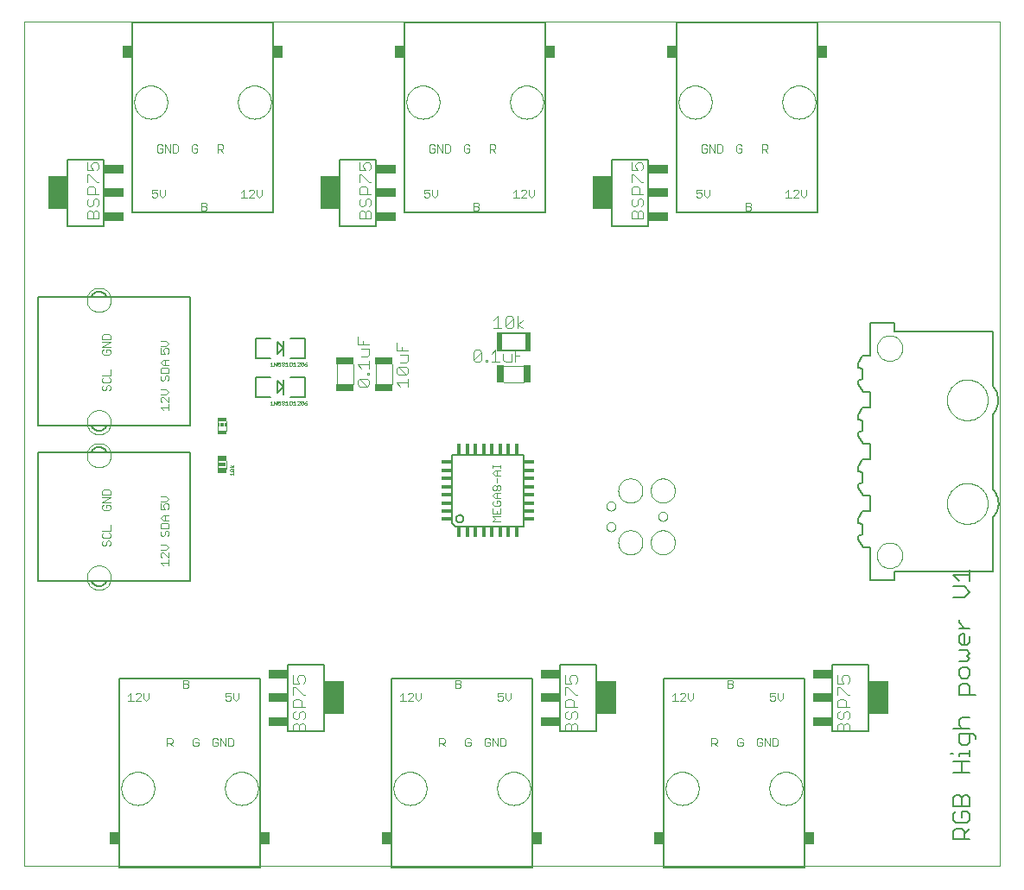
<source format=gto>
G75*
%MOIN*%
%OFA0B0*%
%FSLAX24Y24*%
%IPPOS*%
%LPD*%
%AMOC8*
5,1,8,0,0,1.08239X$1,22.5*
%
%ADD10C,0.0000*%
%ADD11C,0.0060*%
%ADD12C,0.0030*%
%ADD13R,0.0180X0.0390*%
%ADD14R,0.0390X0.0180*%
%ADD15C,0.0040*%
%ADD16R,0.0230X0.0720*%
%ADD17R,0.0295X0.0669*%
%ADD18R,0.0669X0.0295*%
%ADD19C,0.0080*%
%ADD20C,0.0010*%
%ADD21R,0.0374X0.0197*%
%ADD22R,0.0300X0.0180*%
%ADD23R,0.0354X0.0157*%
%ADD24R,0.0059X0.0118*%
%ADD25R,0.0118X0.0118*%
%ADD26R,0.0364X0.0450*%
%ADD27R,0.0730X0.1260*%
%ADD28R,0.0730X0.0340*%
D10*
X000100Y000204D02*
X000100Y032825D01*
X037720Y032825D01*
X037720Y000204D01*
X000100Y000204D01*
X003835Y003204D02*
X003837Y003254D01*
X003843Y003304D01*
X003853Y003353D01*
X003866Y003402D01*
X003884Y003449D01*
X003905Y003495D01*
X003929Y003538D01*
X003957Y003580D01*
X003988Y003620D01*
X004022Y003657D01*
X004059Y003691D01*
X004099Y003722D01*
X004141Y003750D01*
X004184Y003774D01*
X004230Y003795D01*
X004277Y003813D01*
X004326Y003826D01*
X004375Y003836D01*
X004425Y003842D01*
X004475Y003844D01*
X004525Y003842D01*
X004575Y003836D01*
X004624Y003826D01*
X004673Y003813D01*
X004720Y003795D01*
X004766Y003774D01*
X004809Y003750D01*
X004851Y003722D01*
X004891Y003691D01*
X004928Y003657D01*
X004962Y003620D01*
X004993Y003580D01*
X005021Y003538D01*
X005045Y003495D01*
X005066Y003449D01*
X005084Y003402D01*
X005097Y003353D01*
X005107Y003304D01*
X005113Y003254D01*
X005115Y003204D01*
X005113Y003154D01*
X005107Y003104D01*
X005097Y003055D01*
X005084Y003006D01*
X005066Y002959D01*
X005045Y002913D01*
X005021Y002870D01*
X004993Y002828D01*
X004962Y002788D01*
X004928Y002751D01*
X004891Y002717D01*
X004851Y002686D01*
X004809Y002658D01*
X004766Y002634D01*
X004720Y002613D01*
X004673Y002595D01*
X004624Y002582D01*
X004575Y002572D01*
X004525Y002566D01*
X004475Y002564D01*
X004425Y002566D01*
X004375Y002572D01*
X004326Y002582D01*
X004277Y002595D01*
X004230Y002613D01*
X004184Y002634D01*
X004141Y002658D01*
X004099Y002686D01*
X004059Y002717D01*
X004022Y002751D01*
X003988Y002788D01*
X003957Y002828D01*
X003929Y002870D01*
X003905Y002913D01*
X003884Y002959D01*
X003866Y003006D01*
X003853Y003055D01*
X003843Y003104D01*
X003837Y003154D01*
X003835Y003204D01*
X007835Y003204D02*
X007837Y003254D01*
X007843Y003304D01*
X007853Y003353D01*
X007866Y003402D01*
X007884Y003449D01*
X007905Y003495D01*
X007929Y003538D01*
X007957Y003580D01*
X007988Y003620D01*
X008022Y003657D01*
X008059Y003691D01*
X008099Y003722D01*
X008141Y003750D01*
X008184Y003774D01*
X008230Y003795D01*
X008277Y003813D01*
X008326Y003826D01*
X008375Y003836D01*
X008425Y003842D01*
X008475Y003844D01*
X008525Y003842D01*
X008575Y003836D01*
X008624Y003826D01*
X008673Y003813D01*
X008720Y003795D01*
X008766Y003774D01*
X008809Y003750D01*
X008851Y003722D01*
X008891Y003691D01*
X008928Y003657D01*
X008962Y003620D01*
X008993Y003580D01*
X009021Y003538D01*
X009045Y003495D01*
X009066Y003449D01*
X009084Y003402D01*
X009097Y003353D01*
X009107Y003304D01*
X009113Y003254D01*
X009115Y003204D01*
X009113Y003154D01*
X009107Y003104D01*
X009097Y003055D01*
X009084Y003006D01*
X009066Y002959D01*
X009045Y002913D01*
X009021Y002870D01*
X008993Y002828D01*
X008962Y002788D01*
X008928Y002751D01*
X008891Y002717D01*
X008851Y002686D01*
X008809Y002658D01*
X008766Y002634D01*
X008720Y002613D01*
X008673Y002595D01*
X008624Y002582D01*
X008575Y002572D01*
X008525Y002566D01*
X008475Y002564D01*
X008425Y002566D01*
X008375Y002572D01*
X008326Y002582D01*
X008277Y002595D01*
X008230Y002613D01*
X008184Y002634D01*
X008141Y002658D01*
X008099Y002686D01*
X008059Y002717D01*
X008022Y002751D01*
X007988Y002788D01*
X007957Y002828D01*
X007929Y002870D01*
X007905Y002913D01*
X007884Y002959D01*
X007866Y003006D01*
X007853Y003055D01*
X007843Y003104D01*
X007837Y003154D01*
X007835Y003204D01*
X014335Y003204D02*
X014337Y003254D01*
X014343Y003304D01*
X014353Y003353D01*
X014366Y003402D01*
X014384Y003449D01*
X014405Y003495D01*
X014429Y003538D01*
X014457Y003580D01*
X014488Y003620D01*
X014522Y003657D01*
X014559Y003691D01*
X014599Y003722D01*
X014641Y003750D01*
X014684Y003774D01*
X014730Y003795D01*
X014777Y003813D01*
X014826Y003826D01*
X014875Y003836D01*
X014925Y003842D01*
X014975Y003844D01*
X015025Y003842D01*
X015075Y003836D01*
X015124Y003826D01*
X015173Y003813D01*
X015220Y003795D01*
X015266Y003774D01*
X015309Y003750D01*
X015351Y003722D01*
X015391Y003691D01*
X015428Y003657D01*
X015462Y003620D01*
X015493Y003580D01*
X015521Y003538D01*
X015545Y003495D01*
X015566Y003449D01*
X015584Y003402D01*
X015597Y003353D01*
X015607Y003304D01*
X015613Y003254D01*
X015615Y003204D01*
X015613Y003154D01*
X015607Y003104D01*
X015597Y003055D01*
X015584Y003006D01*
X015566Y002959D01*
X015545Y002913D01*
X015521Y002870D01*
X015493Y002828D01*
X015462Y002788D01*
X015428Y002751D01*
X015391Y002717D01*
X015351Y002686D01*
X015309Y002658D01*
X015266Y002634D01*
X015220Y002613D01*
X015173Y002595D01*
X015124Y002582D01*
X015075Y002572D01*
X015025Y002566D01*
X014975Y002564D01*
X014925Y002566D01*
X014875Y002572D01*
X014826Y002582D01*
X014777Y002595D01*
X014730Y002613D01*
X014684Y002634D01*
X014641Y002658D01*
X014599Y002686D01*
X014559Y002717D01*
X014522Y002751D01*
X014488Y002788D01*
X014457Y002828D01*
X014429Y002870D01*
X014405Y002913D01*
X014384Y002959D01*
X014366Y003006D01*
X014353Y003055D01*
X014343Y003104D01*
X014337Y003154D01*
X014335Y003204D01*
X018335Y003204D02*
X018337Y003254D01*
X018343Y003304D01*
X018353Y003353D01*
X018366Y003402D01*
X018384Y003449D01*
X018405Y003495D01*
X018429Y003538D01*
X018457Y003580D01*
X018488Y003620D01*
X018522Y003657D01*
X018559Y003691D01*
X018599Y003722D01*
X018641Y003750D01*
X018684Y003774D01*
X018730Y003795D01*
X018777Y003813D01*
X018826Y003826D01*
X018875Y003836D01*
X018925Y003842D01*
X018975Y003844D01*
X019025Y003842D01*
X019075Y003836D01*
X019124Y003826D01*
X019173Y003813D01*
X019220Y003795D01*
X019266Y003774D01*
X019309Y003750D01*
X019351Y003722D01*
X019391Y003691D01*
X019428Y003657D01*
X019462Y003620D01*
X019493Y003580D01*
X019521Y003538D01*
X019545Y003495D01*
X019566Y003449D01*
X019584Y003402D01*
X019597Y003353D01*
X019607Y003304D01*
X019613Y003254D01*
X019615Y003204D01*
X019613Y003154D01*
X019607Y003104D01*
X019597Y003055D01*
X019584Y003006D01*
X019566Y002959D01*
X019545Y002913D01*
X019521Y002870D01*
X019493Y002828D01*
X019462Y002788D01*
X019428Y002751D01*
X019391Y002717D01*
X019351Y002686D01*
X019309Y002658D01*
X019266Y002634D01*
X019220Y002613D01*
X019173Y002595D01*
X019124Y002582D01*
X019075Y002572D01*
X019025Y002566D01*
X018975Y002564D01*
X018925Y002566D01*
X018875Y002572D01*
X018826Y002582D01*
X018777Y002595D01*
X018730Y002613D01*
X018684Y002634D01*
X018641Y002658D01*
X018599Y002686D01*
X018559Y002717D01*
X018522Y002751D01*
X018488Y002788D01*
X018457Y002828D01*
X018429Y002870D01*
X018405Y002913D01*
X018384Y002959D01*
X018366Y003006D01*
X018353Y003055D01*
X018343Y003104D01*
X018337Y003154D01*
X018335Y003204D01*
X024835Y003204D02*
X024837Y003254D01*
X024843Y003304D01*
X024853Y003353D01*
X024866Y003402D01*
X024884Y003449D01*
X024905Y003495D01*
X024929Y003538D01*
X024957Y003580D01*
X024988Y003620D01*
X025022Y003657D01*
X025059Y003691D01*
X025099Y003722D01*
X025141Y003750D01*
X025184Y003774D01*
X025230Y003795D01*
X025277Y003813D01*
X025326Y003826D01*
X025375Y003836D01*
X025425Y003842D01*
X025475Y003844D01*
X025525Y003842D01*
X025575Y003836D01*
X025624Y003826D01*
X025673Y003813D01*
X025720Y003795D01*
X025766Y003774D01*
X025809Y003750D01*
X025851Y003722D01*
X025891Y003691D01*
X025928Y003657D01*
X025962Y003620D01*
X025993Y003580D01*
X026021Y003538D01*
X026045Y003495D01*
X026066Y003449D01*
X026084Y003402D01*
X026097Y003353D01*
X026107Y003304D01*
X026113Y003254D01*
X026115Y003204D01*
X026113Y003154D01*
X026107Y003104D01*
X026097Y003055D01*
X026084Y003006D01*
X026066Y002959D01*
X026045Y002913D01*
X026021Y002870D01*
X025993Y002828D01*
X025962Y002788D01*
X025928Y002751D01*
X025891Y002717D01*
X025851Y002686D01*
X025809Y002658D01*
X025766Y002634D01*
X025720Y002613D01*
X025673Y002595D01*
X025624Y002582D01*
X025575Y002572D01*
X025525Y002566D01*
X025475Y002564D01*
X025425Y002566D01*
X025375Y002572D01*
X025326Y002582D01*
X025277Y002595D01*
X025230Y002613D01*
X025184Y002634D01*
X025141Y002658D01*
X025099Y002686D01*
X025059Y002717D01*
X025022Y002751D01*
X024988Y002788D01*
X024957Y002828D01*
X024929Y002870D01*
X024905Y002913D01*
X024884Y002959D01*
X024866Y003006D01*
X024853Y003055D01*
X024843Y003104D01*
X024837Y003154D01*
X024835Y003204D01*
X028835Y003204D02*
X028837Y003254D01*
X028843Y003304D01*
X028853Y003353D01*
X028866Y003402D01*
X028884Y003449D01*
X028905Y003495D01*
X028929Y003538D01*
X028957Y003580D01*
X028988Y003620D01*
X029022Y003657D01*
X029059Y003691D01*
X029099Y003722D01*
X029141Y003750D01*
X029184Y003774D01*
X029230Y003795D01*
X029277Y003813D01*
X029326Y003826D01*
X029375Y003836D01*
X029425Y003842D01*
X029475Y003844D01*
X029525Y003842D01*
X029575Y003836D01*
X029624Y003826D01*
X029673Y003813D01*
X029720Y003795D01*
X029766Y003774D01*
X029809Y003750D01*
X029851Y003722D01*
X029891Y003691D01*
X029928Y003657D01*
X029962Y003620D01*
X029993Y003580D01*
X030021Y003538D01*
X030045Y003495D01*
X030066Y003449D01*
X030084Y003402D01*
X030097Y003353D01*
X030107Y003304D01*
X030113Y003254D01*
X030115Y003204D01*
X030113Y003154D01*
X030107Y003104D01*
X030097Y003055D01*
X030084Y003006D01*
X030066Y002959D01*
X030045Y002913D01*
X030021Y002870D01*
X029993Y002828D01*
X029962Y002788D01*
X029928Y002751D01*
X029891Y002717D01*
X029851Y002686D01*
X029809Y002658D01*
X029766Y002634D01*
X029720Y002613D01*
X029673Y002595D01*
X029624Y002582D01*
X029575Y002572D01*
X029525Y002566D01*
X029475Y002564D01*
X029425Y002566D01*
X029375Y002572D01*
X029326Y002582D01*
X029277Y002595D01*
X029230Y002613D01*
X029184Y002634D01*
X029141Y002658D01*
X029099Y002686D01*
X029059Y002717D01*
X029022Y002751D01*
X028988Y002788D01*
X028957Y002828D01*
X028929Y002870D01*
X028905Y002913D01*
X028884Y002959D01*
X028866Y003006D01*
X028853Y003055D01*
X028843Y003104D01*
X028837Y003154D01*
X028835Y003204D01*
X032983Y012204D02*
X032985Y012248D01*
X032991Y012292D01*
X033001Y012335D01*
X033014Y012377D01*
X033032Y012417D01*
X033053Y012456D01*
X033077Y012493D01*
X033104Y012528D01*
X033135Y012560D01*
X033168Y012589D01*
X033204Y012615D01*
X033242Y012637D01*
X033282Y012656D01*
X033323Y012672D01*
X033366Y012684D01*
X033409Y012692D01*
X033453Y012696D01*
X033497Y012696D01*
X033541Y012692D01*
X033584Y012684D01*
X033627Y012672D01*
X033668Y012656D01*
X033708Y012637D01*
X033746Y012615D01*
X033782Y012589D01*
X033815Y012560D01*
X033846Y012528D01*
X033873Y012493D01*
X033897Y012456D01*
X033918Y012417D01*
X033936Y012377D01*
X033949Y012335D01*
X033959Y012292D01*
X033965Y012248D01*
X033967Y012204D01*
X033965Y012160D01*
X033959Y012116D01*
X033949Y012073D01*
X033936Y012031D01*
X033918Y011991D01*
X033897Y011952D01*
X033873Y011915D01*
X033846Y011880D01*
X033815Y011848D01*
X033782Y011819D01*
X033746Y011793D01*
X033708Y011771D01*
X033668Y011752D01*
X033627Y011736D01*
X033584Y011724D01*
X033541Y011716D01*
X033497Y011712D01*
X033453Y011712D01*
X033409Y011716D01*
X033366Y011724D01*
X033323Y011736D01*
X033282Y011752D01*
X033242Y011771D01*
X033204Y011793D01*
X033168Y011819D01*
X033135Y011848D01*
X033104Y011880D01*
X033077Y011915D01*
X033053Y011952D01*
X033032Y011991D01*
X033014Y012031D01*
X033001Y012073D01*
X032991Y012116D01*
X032985Y012160D01*
X032983Y012204D01*
X035688Y014204D02*
X035690Y014260D01*
X035696Y014315D01*
X035706Y014369D01*
X035719Y014423D01*
X035737Y014476D01*
X035758Y014527D01*
X035782Y014577D01*
X035810Y014625D01*
X035842Y014671D01*
X035876Y014715D01*
X035914Y014756D01*
X035954Y014794D01*
X035997Y014829D01*
X036042Y014861D01*
X036090Y014890D01*
X036139Y014916D01*
X036190Y014938D01*
X036242Y014956D01*
X036296Y014970D01*
X036351Y014981D01*
X036406Y014988D01*
X036461Y014991D01*
X036517Y014990D01*
X036572Y014985D01*
X036627Y014976D01*
X036681Y014964D01*
X036734Y014947D01*
X036786Y014927D01*
X036836Y014903D01*
X036884Y014876D01*
X036931Y014846D01*
X036975Y014812D01*
X037017Y014775D01*
X037055Y014735D01*
X037092Y014693D01*
X037125Y014648D01*
X037154Y014602D01*
X037181Y014553D01*
X037203Y014502D01*
X037223Y014450D01*
X037238Y014396D01*
X037250Y014342D01*
X037258Y014287D01*
X037262Y014232D01*
X037262Y014176D01*
X037258Y014121D01*
X037250Y014066D01*
X037238Y014012D01*
X037223Y013958D01*
X037203Y013906D01*
X037181Y013855D01*
X037154Y013806D01*
X037125Y013760D01*
X037092Y013715D01*
X037055Y013673D01*
X037017Y013633D01*
X036975Y013596D01*
X036931Y013562D01*
X036884Y013532D01*
X036836Y013505D01*
X036786Y013481D01*
X036734Y013461D01*
X036681Y013444D01*
X036627Y013432D01*
X036572Y013423D01*
X036517Y013418D01*
X036461Y013417D01*
X036406Y013420D01*
X036351Y013427D01*
X036296Y013438D01*
X036242Y013452D01*
X036190Y013470D01*
X036139Y013492D01*
X036090Y013518D01*
X036042Y013547D01*
X035997Y013579D01*
X035954Y013614D01*
X035914Y013652D01*
X035876Y013693D01*
X035842Y013737D01*
X035810Y013783D01*
X035782Y013831D01*
X035758Y013881D01*
X035737Y013932D01*
X035719Y013985D01*
X035706Y014039D01*
X035696Y014093D01*
X035690Y014148D01*
X035688Y014204D01*
X035688Y018204D02*
X035690Y018260D01*
X035696Y018315D01*
X035706Y018369D01*
X035719Y018423D01*
X035737Y018476D01*
X035758Y018527D01*
X035782Y018577D01*
X035810Y018625D01*
X035842Y018671D01*
X035876Y018715D01*
X035914Y018756D01*
X035954Y018794D01*
X035997Y018829D01*
X036042Y018861D01*
X036090Y018890D01*
X036139Y018916D01*
X036190Y018938D01*
X036242Y018956D01*
X036296Y018970D01*
X036351Y018981D01*
X036406Y018988D01*
X036461Y018991D01*
X036517Y018990D01*
X036572Y018985D01*
X036627Y018976D01*
X036681Y018964D01*
X036734Y018947D01*
X036786Y018927D01*
X036836Y018903D01*
X036884Y018876D01*
X036931Y018846D01*
X036975Y018812D01*
X037017Y018775D01*
X037055Y018735D01*
X037092Y018693D01*
X037125Y018648D01*
X037154Y018602D01*
X037181Y018553D01*
X037203Y018502D01*
X037223Y018450D01*
X037238Y018396D01*
X037250Y018342D01*
X037258Y018287D01*
X037262Y018232D01*
X037262Y018176D01*
X037258Y018121D01*
X037250Y018066D01*
X037238Y018012D01*
X037223Y017958D01*
X037203Y017906D01*
X037181Y017855D01*
X037154Y017806D01*
X037125Y017760D01*
X037092Y017715D01*
X037055Y017673D01*
X037017Y017633D01*
X036975Y017596D01*
X036931Y017562D01*
X036884Y017532D01*
X036836Y017505D01*
X036786Y017481D01*
X036734Y017461D01*
X036681Y017444D01*
X036627Y017432D01*
X036572Y017423D01*
X036517Y017418D01*
X036461Y017417D01*
X036406Y017420D01*
X036351Y017427D01*
X036296Y017438D01*
X036242Y017452D01*
X036190Y017470D01*
X036139Y017492D01*
X036090Y017518D01*
X036042Y017547D01*
X035997Y017579D01*
X035954Y017614D01*
X035914Y017652D01*
X035876Y017693D01*
X035842Y017737D01*
X035810Y017783D01*
X035782Y017831D01*
X035758Y017881D01*
X035737Y017932D01*
X035719Y017985D01*
X035706Y018039D01*
X035696Y018093D01*
X035690Y018148D01*
X035688Y018204D01*
X032983Y020204D02*
X032985Y020248D01*
X032991Y020292D01*
X033001Y020335D01*
X033014Y020377D01*
X033032Y020417D01*
X033053Y020456D01*
X033077Y020493D01*
X033104Y020528D01*
X033135Y020560D01*
X033168Y020589D01*
X033204Y020615D01*
X033242Y020637D01*
X033282Y020656D01*
X033323Y020672D01*
X033366Y020684D01*
X033409Y020692D01*
X033453Y020696D01*
X033497Y020696D01*
X033541Y020692D01*
X033584Y020684D01*
X033627Y020672D01*
X033668Y020656D01*
X033708Y020637D01*
X033746Y020615D01*
X033782Y020589D01*
X033815Y020560D01*
X033846Y020528D01*
X033873Y020493D01*
X033897Y020456D01*
X033918Y020417D01*
X033936Y020377D01*
X033949Y020335D01*
X033959Y020292D01*
X033965Y020248D01*
X033967Y020204D01*
X033965Y020160D01*
X033959Y020116D01*
X033949Y020073D01*
X033936Y020031D01*
X033918Y019991D01*
X033897Y019952D01*
X033873Y019915D01*
X033846Y019880D01*
X033815Y019848D01*
X033782Y019819D01*
X033746Y019793D01*
X033708Y019771D01*
X033668Y019752D01*
X033627Y019736D01*
X033584Y019724D01*
X033541Y019716D01*
X033497Y019712D01*
X033453Y019712D01*
X033409Y019716D01*
X033366Y019724D01*
X033323Y019736D01*
X033282Y019752D01*
X033242Y019771D01*
X033204Y019793D01*
X033168Y019819D01*
X033135Y019848D01*
X033104Y019880D01*
X033077Y019915D01*
X033053Y019952D01*
X033032Y019991D01*
X033014Y020031D01*
X033001Y020073D01*
X032991Y020116D01*
X032985Y020160D01*
X032983Y020204D01*
X024258Y014704D02*
X024260Y014747D01*
X024266Y014790D01*
X024276Y014832D01*
X024290Y014873D01*
X024307Y014912D01*
X024328Y014950D01*
X024352Y014985D01*
X024380Y015019D01*
X024410Y015049D01*
X024444Y015077D01*
X024479Y015101D01*
X024517Y015122D01*
X024556Y015139D01*
X024597Y015153D01*
X024639Y015163D01*
X024682Y015169D01*
X024725Y015171D01*
X024768Y015169D01*
X024811Y015163D01*
X024853Y015153D01*
X024894Y015139D01*
X024933Y015122D01*
X024971Y015101D01*
X025006Y015077D01*
X025040Y015049D01*
X025070Y015019D01*
X025098Y014985D01*
X025122Y014950D01*
X025143Y014912D01*
X025160Y014873D01*
X025174Y014832D01*
X025184Y014790D01*
X025190Y014747D01*
X025192Y014704D01*
X025190Y014661D01*
X025184Y014618D01*
X025174Y014576D01*
X025160Y014535D01*
X025143Y014496D01*
X025122Y014458D01*
X025098Y014423D01*
X025070Y014389D01*
X025040Y014359D01*
X025006Y014331D01*
X024971Y014307D01*
X024933Y014286D01*
X024894Y014269D01*
X024853Y014255D01*
X024811Y014245D01*
X024768Y014239D01*
X024725Y014237D01*
X024682Y014239D01*
X024639Y014245D01*
X024597Y014255D01*
X024556Y014269D01*
X024517Y014286D01*
X024479Y014307D01*
X024444Y014331D01*
X024410Y014359D01*
X024380Y014389D01*
X024352Y014423D01*
X024328Y014458D01*
X024307Y014496D01*
X024290Y014535D01*
X024276Y014576D01*
X024266Y014618D01*
X024260Y014661D01*
X024258Y014704D01*
X023008Y014704D02*
X023010Y014747D01*
X023016Y014790D01*
X023026Y014832D01*
X023040Y014873D01*
X023057Y014912D01*
X023078Y014950D01*
X023102Y014985D01*
X023130Y015019D01*
X023160Y015049D01*
X023194Y015077D01*
X023229Y015101D01*
X023267Y015122D01*
X023306Y015139D01*
X023347Y015153D01*
X023389Y015163D01*
X023432Y015169D01*
X023475Y015171D01*
X023518Y015169D01*
X023561Y015163D01*
X023603Y015153D01*
X023644Y015139D01*
X023683Y015122D01*
X023721Y015101D01*
X023756Y015077D01*
X023790Y015049D01*
X023820Y015019D01*
X023848Y014985D01*
X023872Y014950D01*
X023893Y014912D01*
X023910Y014873D01*
X023924Y014832D01*
X023934Y014790D01*
X023940Y014747D01*
X023942Y014704D01*
X023940Y014661D01*
X023934Y014618D01*
X023924Y014576D01*
X023910Y014535D01*
X023893Y014496D01*
X023872Y014458D01*
X023848Y014423D01*
X023820Y014389D01*
X023790Y014359D01*
X023756Y014331D01*
X023721Y014307D01*
X023683Y014286D01*
X023644Y014269D01*
X023603Y014255D01*
X023561Y014245D01*
X023518Y014239D01*
X023475Y014237D01*
X023432Y014239D01*
X023389Y014245D01*
X023347Y014255D01*
X023306Y014269D01*
X023267Y014286D01*
X023229Y014307D01*
X023194Y014331D01*
X023160Y014359D01*
X023130Y014389D01*
X023102Y014423D01*
X023078Y014458D01*
X023057Y014496D01*
X023040Y014535D01*
X023026Y014576D01*
X023016Y014618D01*
X023010Y014661D01*
X023008Y014704D01*
X022550Y014104D02*
X022552Y014130D01*
X022558Y014156D01*
X022567Y014180D01*
X022580Y014203D01*
X022597Y014223D01*
X022616Y014241D01*
X022638Y014256D01*
X022661Y014267D01*
X022686Y014275D01*
X022712Y014279D01*
X022738Y014279D01*
X022764Y014275D01*
X022789Y014267D01*
X022813Y014256D01*
X022834Y014241D01*
X022853Y014223D01*
X022870Y014203D01*
X022883Y014180D01*
X022892Y014156D01*
X022898Y014130D01*
X022900Y014104D01*
X022898Y014078D01*
X022892Y014052D01*
X022883Y014028D01*
X022870Y014005D01*
X022853Y013985D01*
X022834Y013967D01*
X022812Y013952D01*
X022789Y013941D01*
X022764Y013933D01*
X022738Y013929D01*
X022712Y013929D01*
X022686Y013933D01*
X022661Y013941D01*
X022637Y013952D01*
X022616Y013967D01*
X022597Y013985D01*
X022580Y014005D01*
X022567Y014028D01*
X022558Y014052D01*
X022552Y014078D01*
X022550Y014104D01*
X022550Y013304D02*
X022552Y013330D01*
X022558Y013356D01*
X022567Y013380D01*
X022580Y013403D01*
X022597Y013423D01*
X022616Y013441D01*
X022638Y013456D01*
X022661Y013467D01*
X022686Y013475D01*
X022712Y013479D01*
X022738Y013479D01*
X022764Y013475D01*
X022789Y013467D01*
X022813Y013456D01*
X022834Y013441D01*
X022853Y013423D01*
X022870Y013403D01*
X022883Y013380D01*
X022892Y013356D01*
X022898Y013330D01*
X022900Y013304D01*
X022898Y013278D01*
X022892Y013252D01*
X022883Y013228D01*
X022870Y013205D01*
X022853Y013185D01*
X022834Y013167D01*
X022812Y013152D01*
X022789Y013141D01*
X022764Y013133D01*
X022738Y013129D01*
X022712Y013129D01*
X022686Y013133D01*
X022661Y013141D01*
X022637Y013152D01*
X022616Y013167D01*
X022597Y013185D01*
X022580Y013205D01*
X022567Y013228D01*
X022558Y013252D01*
X022552Y013278D01*
X022550Y013304D01*
X023008Y012704D02*
X023010Y012747D01*
X023016Y012790D01*
X023026Y012832D01*
X023040Y012873D01*
X023057Y012912D01*
X023078Y012950D01*
X023102Y012985D01*
X023130Y013019D01*
X023160Y013049D01*
X023194Y013077D01*
X023229Y013101D01*
X023267Y013122D01*
X023306Y013139D01*
X023347Y013153D01*
X023389Y013163D01*
X023432Y013169D01*
X023475Y013171D01*
X023518Y013169D01*
X023561Y013163D01*
X023603Y013153D01*
X023644Y013139D01*
X023683Y013122D01*
X023721Y013101D01*
X023756Y013077D01*
X023790Y013049D01*
X023820Y013019D01*
X023848Y012985D01*
X023872Y012950D01*
X023893Y012912D01*
X023910Y012873D01*
X023924Y012832D01*
X023934Y012790D01*
X023940Y012747D01*
X023942Y012704D01*
X023940Y012661D01*
X023934Y012618D01*
X023924Y012576D01*
X023910Y012535D01*
X023893Y012496D01*
X023872Y012458D01*
X023848Y012423D01*
X023820Y012389D01*
X023790Y012359D01*
X023756Y012331D01*
X023721Y012307D01*
X023683Y012286D01*
X023644Y012269D01*
X023603Y012255D01*
X023561Y012245D01*
X023518Y012239D01*
X023475Y012237D01*
X023432Y012239D01*
X023389Y012245D01*
X023347Y012255D01*
X023306Y012269D01*
X023267Y012286D01*
X023229Y012307D01*
X023194Y012331D01*
X023160Y012359D01*
X023130Y012389D01*
X023102Y012423D01*
X023078Y012458D01*
X023057Y012496D01*
X023040Y012535D01*
X023026Y012576D01*
X023016Y012618D01*
X023010Y012661D01*
X023008Y012704D01*
X024258Y012704D02*
X024260Y012747D01*
X024266Y012790D01*
X024276Y012832D01*
X024290Y012873D01*
X024307Y012912D01*
X024328Y012950D01*
X024352Y012985D01*
X024380Y013019D01*
X024410Y013049D01*
X024444Y013077D01*
X024479Y013101D01*
X024517Y013122D01*
X024556Y013139D01*
X024597Y013153D01*
X024639Y013163D01*
X024682Y013169D01*
X024725Y013171D01*
X024768Y013169D01*
X024811Y013163D01*
X024853Y013153D01*
X024894Y013139D01*
X024933Y013122D01*
X024971Y013101D01*
X025006Y013077D01*
X025040Y013049D01*
X025070Y013019D01*
X025098Y012985D01*
X025122Y012950D01*
X025143Y012912D01*
X025160Y012873D01*
X025174Y012832D01*
X025184Y012790D01*
X025190Y012747D01*
X025192Y012704D01*
X025190Y012661D01*
X025184Y012618D01*
X025174Y012576D01*
X025160Y012535D01*
X025143Y012496D01*
X025122Y012458D01*
X025098Y012423D01*
X025070Y012389D01*
X025040Y012359D01*
X025006Y012331D01*
X024971Y012307D01*
X024933Y012286D01*
X024894Y012269D01*
X024853Y012255D01*
X024811Y012245D01*
X024768Y012239D01*
X024725Y012237D01*
X024682Y012239D01*
X024639Y012245D01*
X024597Y012255D01*
X024556Y012269D01*
X024517Y012286D01*
X024479Y012307D01*
X024444Y012331D01*
X024410Y012359D01*
X024380Y012389D01*
X024352Y012423D01*
X024328Y012458D01*
X024307Y012496D01*
X024290Y012535D01*
X024276Y012576D01*
X024266Y012618D01*
X024260Y012661D01*
X024258Y012704D01*
X024550Y013704D02*
X024552Y013730D01*
X024558Y013756D01*
X024567Y013780D01*
X024580Y013803D01*
X024597Y013823D01*
X024616Y013841D01*
X024638Y013856D01*
X024661Y013867D01*
X024686Y013875D01*
X024712Y013879D01*
X024738Y013879D01*
X024764Y013875D01*
X024789Y013867D01*
X024813Y013856D01*
X024834Y013841D01*
X024853Y013823D01*
X024870Y013803D01*
X024883Y013780D01*
X024892Y013756D01*
X024898Y013730D01*
X024900Y013704D01*
X024898Y013678D01*
X024892Y013652D01*
X024883Y013628D01*
X024870Y013605D01*
X024853Y013585D01*
X024834Y013567D01*
X024812Y013552D01*
X024789Y013541D01*
X024764Y013533D01*
X024738Y013529D01*
X024712Y013529D01*
X024686Y013533D01*
X024661Y013541D01*
X024637Y013552D01*
X024616Y013567D01*
X024597Y013585D01*
X024580Y013605D01*
X024567Y013628D01*
X024558Y013652D01*
X024552Y013678D01*
X024550Y013704D01*
X025335Y029704D02*
X025337Y029754D01*
X025343Y029804D01*
X025353Y029853D01*
X025366Y029902D01*
X025384Y029949D01*
X025405Y029995D01*
X025429Y030038D01*
X025457Y030080D01*
X025488Y030120D01*
X025522Y030157D01*
X025559Y030191D01*
X025599Y030222D01*
X025641Y030250D01*
X025684Y030274D01*
X025730Y030295D01*
X025777Y030313D01*
X025826Y030326D01*
X025875Y030336D01*
X025925Y030342D01*
X025975Y030344D01*
X026025Y030342D01*
X026075Y030336D01*
X026124Y030326D01*
X026173Y030313D01*
X026220Y030295D01*
X026266Y030274D01*
X026309Y030250D01*
X026351Y030222D01*
X026391Y030191D01*
X026428Y030157D01*
X026462Y030120D01*
X026493Y030080D01*
X026521Y030038D01*
X026545Y029995D01*
X026566Y029949D01*
X026584Y029902D01*
X026597Y029853D01*
X026607Y029804D01*
X026613Y029754D01*
X026615Y029704D01*
X026613Y029654D01*
X026607Y029604D01*
X026597Y029555D01*
X026584Y029506D01*
X026566Y029459D01*
X026545Y029413D01*
X026521Y029370D01*
X026493Y029328D01*
X026462Y029288D01*
X026428Y029251D01*
X026391Y029217D01*
X026351Y029186D01*
X026309Y029158D01*
X026266Y029134D01*
X026220Y029113D01*
X026173Y029095D01*
X026124Y029082D01*
X026075Y029072D01*
X026025Y029066D01*
X025975Y029064D01*
X025925Y029066D01*
X025875Y029072D01*
X025826Y029082D01*
X025777Y029095D01*
X025730Y029113D01*
X025684Y029134D01*
X025641Y029158D01*
X025599Y029186D01*
X025559Y029217D01*
X025522Y029251D01*
X025488Y029288D01*
X025457Y029328D01*
X025429Y029370D01*
X025405Y029413D01*
X025384Y029459D01*
X025366Y029506D01*
X025353Y029555D01*
X025343Y029604D01*
X025337Y029654D01*
X025335Y029704D01*
X029335Y029704D02*
X029337Y029754D01*
X029343Y029804D01*
X029353Y029853D01*
X029366Y029902D01*
X029384Y029949D01*
X029405Y029995D01*
X029429Y030038D01*
X029457Y030080D01*
X029488Y030120D01*
X029522Y030157D01*
X029559Y030191D01*
X029599Y030222D01*
X029641Y030250D01*
X029684Y030274D01*
X029730Y030295D01*
X029777Y030313D01*
X029826Y030326D01*
X029875Y030336D01*
X029925Y030342D01*
X029975Y030344D01*
X030025Y030342D01*
X030075Y030336D01*
X030124Y030326D01*
X030173Y030313D01*
X030220Y030295D01*
X030266Y030274D01*
X030309Y030250D01*
X030351Y030222D01*
X030391Y030191D01*
X030428Y030157D01*
X030462Y030120D01*
X030493Y030080D01*
X030521Y030038D01*
X030545Y029995D01*
X030566Y029949D01*
X030584Y029902D01*
X030597Y029853D01*
X030607Y029804D01*
X030613Y029754D01*
X030615Y029704D01*
X030613Y029654D01*
X030607Y029604D01*
X030597Y029555D01*
X030584Y029506D01*
X030566Y029459D01*
X030545Y029413D01*
X030521Y029370D01*
X030493Y029328D01*
X030462Y029288D01*
X030428Y029251D01*
X030391Y029217D01*
X030351Y029186D01*
X030309Y029158D01*
X030266Y029134D01*
X030220Y029113D01*
X030173Y029095D01*
X030124Y029082D01*
X030075Y029072D01*
X030025Y029066D01*
X029975Y029064D01*
X029925Y029066D01*
X029875Y029072D01*
X029826Y029082D01*
X029777Y029095D01*
X029730Y029113D01*
X029684Y029134D01*
X029641Y029158D01*
X029599Y029186D01*
X029559Y029217D01*
X029522Y029251D01*
X029488Y029288D01*
X029457Y029328D01*
X029429Y029370D01*
X029405Y029413D01*
X029384Y029459D01*
X029366Y029506D01*
X029353Y029555D01*
X029343Y029604D01*
X029337Y029654D01*
X029335Y029704D01*
X018835Y029704D02*
X018837Y029754D01*
X018843Y029804D01*
X018853Y029853D01*
X018866Y029902D01*
X018884Y029949D01*
X018905Y029995D01*
X018929Y030038D01*
X018957Y030080D01*
X018988Y030120D01*
X019022Y030157D01*
X019059Y030191D01*
X019099Y030222D01*
X019141Y030250D01*
X019184Y030274D01*
X019230Y030295D01*
X019277Y030313D01*
X019326Y030326D01*
X019375Y030336D01*
X019425Y030342D01*
X019475Y030344D01*
X019525Y030342D01*
X019575Y030336D01*
X019624Y030326D01*
X019673Y030313D01*
X019720Y030295D01*
X019766Y030274D01*
X019809Y030250D01*
X019851Y030222D01*
X019891Y030191D01*
X019928Y030157D01*
X019962Y030120D01*
X019993Y030080D01*
X020021Y030038D01*
X020045Y029995D01*
X020066Y029949D01*
X020084Y029902D01*
X020097Y029853D01*
X020107Y029804D01*
X020113Y029754D01*
X020115Y029704D01*
X020113Y029654D01*
X020107Y029604D01*
X020097Y029555D01*
X020084Y029506D01*
X020066Y029459D01*
X020045Y029413D01*
X020021Y029370D01*
X019993Y029328D01*
X019962Y029288D01*
X019928Y029251D01*
X019891Y029217D01*
X019851Y029186D01*
X019809Y029158D01*
X019766Y029134D01*
X019720Y029113D01*
X019673Y029095D01*
X019624Y029082D01*
X019575Y029072D01*
X019525Y029066D01*
X019475Y029064D01*
X019425Y029066D01*
X019375Y029072D01*
X019326Y029082D01*
X019277Y029095D01*
X019230Y029113D01*
X019184Y029134D01*
X019141Y029158D01*
X019099Y029186D01*
X019059Y029217D01*
X019022Y029251D01*
X018988Y029288D01*
X018957Y029328D01*
X018929Y029370D01*
X018905Y029413D01*
X018884Y029459D01*
X018866Y029506D01*
X018853Y029555D01*
X018843Y029604D01*
X018837Y029654D01*
X018835Y029704D01*
X014835Y029704D02*
X014837Y029754D01*
X014843Y029804D01*
X014853Y029853D01*
X014866Y029902D01*
X014884Y029949D01*
X014905Y029995D01*
X014929Y030038D01*
X014957Y030080D01*
X014988Y030120D01*
X015022Y030157D01*
X015059Y030191D01*
X015099Y030222D01*
X015141Y030250D01*
X015184Y030274D01*
X015230Y030295D01*
X015277Y030313D01*
X015326Y030326D01*
X015375Y030336D01*
X015425Y030342D01*
X015475Y030344D01*
X015525Y030342D01*
X015575Y030336D01*
X015624Y030326D01*
X015673Y030313D01*
X015720Y030295D01*
X015766Y030274D01*
X015809Y030250D01*
X015851Y030222D01*
X015891Y030191D01*
X015928Y030157D01*
X015962Y030120D01*
X015993Y030080D01*
X016021Y030038D01*
X016045Y029995D01*
X016066Y029949D01*
X016084Y029902D01*
X016097Y029853D01*
X016107Y029804D01*
X016113Y029754D01*
X016115Y029704D01*
X016113Y029654D01*
X016107Y029604D01*
X016097Y029555D01*
X016084Y029506D01*
X016066Y029459D01*
X016045Y029413D01*
X016021Y029370D01*
X015993Y029328D01*
X015962Y029288D01*
X015928Y029251D01*
X015891Y029217D01*
X015851Y029186D01*
X015809Y029158D01*
X015766Y029134D01*
X015720Y029113D01*
X015673Y029095D01*
X015624Y029082D01*
X015575Y029072D01*
X015525Y029066D01*
X015475Y029064D01*
X015425Y029066D01*
X015375Y029072D01*
X015326Y029082D01*
X015277Y029095D01*
X015230Y029113D01*
X015184Y029134D01*
X015141Y029158D01*
X015099Y029186D01*
X015059Y029217D01*
X015022Y029251D01*
X014988Y029288D01*
X014957Y029328D01*
X014929Y029370D01*
X014905Y029413D01*
X014884Y029459D01*
X014866Y029506D01*
X014853Y029555D01*
X014843Y029604D01*
X014837Y029654D01*
X014835Y029704D01*
X008335Y029704D02*
X008337Y029754D01*
X008343Y029804D01*
X008353Y029853D01*
X008366Y029902D01*
X008384Y029949D01*
X008405Y029995D01*
X008429Y030038D01*
X008457Y030080D01*
X008488Y030120D01*
X008522Y030157D01*
X008559Y030191D01*
X008599Y030222D01*
X008641Y030250D01*
X008684Y030274D01*
X008730Y030295D01*
X008777Y030313D01*
X008826Y030326D01*
X008875Y030336D01*
X008925Y030342D01*
X008975Y030344D01*
X009025Y030342D01*
X009075Y030336D01*
X009124Y030326D01*
X009173Y030313D01*
X009220Y030295D01*
X009266Y030274D01*
X009309Y030250D01*
X009351Y030222D01*
X009391Y030191D01*
X009428Y030157D01*
X009462Y030120D01*
X009493Y030080D01*
X009521Y030038D01*
X009545Y029995D01*
X009566Y029949D01*
X009584Y029902D01*
X009597Y029853D01*
X009607Y029804D01*
X009613Y029754D01*
X009615Y029704D01*
X009613Y029654D01*
X009607Y029604D01*
X009597Y029555D01*
X009584Y029506D01*
X009566Y029459D01*
X009545Y029413D01*
X009521Y029370D01*
X009493Y029328D01*
X009462Y029288D01*
X009428Y029251D01*
X009391Y029217D01*
X009351Y029186D01*
X009309Y029158D01*
X009266Y029134D01*
X009220Y029113D01*
X009173Y029095D01*
X009124Y029082D01*
X009075Y029072D01*
X009025Y029066D01*
X008975Y029064D01*
X008925Y029066D01*
X008875Y029072D01*
X008826Y029082D01*
X008777Y029095D01*
X008730Y029113D01*
X008684Y029134D01*
X008641Y029158D01*
X008599Y029186D01*
X008559Y029217D01*
X008522Y029251D01*
X008488Y029288D01*
X008457Y029328D01*
X008429Y029370D01*
X008405Y029413D01*
X008384Y029459D01*
X008366Y029506D01*
X008353Y029555D01*
X008343Y029604D01*
X008337Y029654D01*
X008335Y029704D01*
X004335Y029704D02*
X004337Y029754D01*
X004343Y029804D01*
X004353Y029853D01*
X004366Y029902D01*
X004384Y029949D01*
X004405Y029995D01*
X004429Y030038D01*
X004457Y030080D01*
X004488Y030120D01*
X004522Y030157D01*
X004559Y030191D01*
X004599Y030222D01*
X004641Y030250D01*
X004684Y030274D01*
X004730Y030295D01*
X004777Y030313D01*
X004826Y030326D01*
X004875Y030336D01*
X004925Y030342D01*
X004975Y030344D01*
X005025Y030342D01*
X005075Y030336D01*
X005124Y030326D01*
X005173Y030313D01*
X005220Y030295D01*
X005266Y030274D01*
X005309Y030250D01*
X005351Y030222D01*
X005391Y030191D01*
X005428Y030157D01*
X005462Y030120D01*
X005493Y030080D01*
X005521Y030038D01*
X005545Y029995D01*
X005566Y029949D01*
X005584Y029902D01*
X005597Y029853D01*
X005607Y029804D01*
X005613Y029754D01*
X005615Y029704D01*
X005613Y029654D01*
X005607Y029604D01*
X005597Y029555D01*
X005584Y029506D01*
X005566Y029459D01*
X005545Y029413D01*
X005521Y029370D01*
X005493Y029328D01*
X005462Y029288D01*
X005428Y029251D01*
X005391Y029217D01*
X005351Y029186D01*
X005309Y029158D01*
X005266Y029134D01*
X005220Y029113D01*
X005173Y029095D01*
X005124Y029082D01*
X005075Y029072D01*
X005025Y029066D01*
X004975Y029064D01*
X004925Y029066D01*
X004875Y029072D01*
X004826Y029082D01*
X004777Y029095D01*
X004730Y029113D01*
X004684Y029134D01*
X004641Y029158D01*
X004599Y029186D01*
X004559Y029217D01*
X004522Y029251D01*
X004488Y029288D01*
X004457Y029328D01*
X004429Y029370D01*
X004405Y029413D01*
X004384Y029459D01*
X004366Y029506D01*
X004353Y029555D01*
X004343Y029604D01*
X004337Y029654D01*
X004335Y029704D01*
X002510Y022066D02*
X002512Y022109D01*
X002518Y022151D01*
X002528Y022193D01*
X002541Y022234D01*
X002559Y022273D01*
X002580Y022311D01*
X002604Y022346D01*
X002631Y022379D01*
X002662Y022410D01*
X002695Y022437D01*
X002730Y022461D01*
X002768Y022482D01*
X002807Y022500D01*
X002848Y022513D01*
X002890Y022523D01*
X002932Y022529D01*
X002975Y022531D01*
X003018Y022529D01*
X003060Y022523D01*
X003102Y022513D01*
X003143Y022500D01*
X003182Y022482D01*
X003220Y022461D01*
X003255Y022437D01*
X003288Y022410D01*
X003319Y022379D01*
X003346Y022346D01*
X003370Y022311D01*
X003391Y022273D01*
X003409Y022234D01*
X003422Y022193D01*
X003432Y022151D01*
X003438Y022109D01*
X003440Y022066D01*
X003438Y022023D01*
X003432Y021981D01*
X003422Y021939D01*
X003409Y021898D01*
X003391Y021859D01*
X003370Y021821D01*
X003346Y021786D01*
X003319Y021753D01*
X003288Y021722D01*
X003255Y021695D01*
X003220Y021671D01*
X003182Y021650D01*
X003143Y021632D01*
X003102Y021619D01*
X003060Y021609D01*
X003018Y021603D01*
X002975Y021601D01*
X002932Y021603D01*
X002890Y021609D01*
X002848Y021619D01*
X002807Y021632D01*
X002768Y021650D01*
X002730Y021671D01*
X002695Y021695D01*
X002662Y021722D01*
X002631Y021753D01*
X002604Y021786D01*
X002580Y021821D01*
X002559Y021859D01*
X002541Y021898D01*
X002528Y021939D01*
X002518Y021981D01*
X002512Y022023D01*
X002510Y022066D01*
X002510Y017342D02*
X002512Y017385D01*
X002518Y017427D01*
X002528Y017469D01*
X002541Y017510D01*
X002559Y017549D01*
X002580Y017587D01*
X002604Y017622D01*
X002631Y017655D01*
X002662Y017686D01*
X002695Y017713D01*
X002730Y017737D01*
X002768Y017758D01*
X002807Y017776D01*
X002848Y017789D01*
X002890Y017799D01*
X002932Y017805D01*
X002975Y017807D01*
X003018Y017805D01*
X003060Y017799D01*
X003102Y017789D01*
X003143Y017776D01*
X003182Y017758D01*
X003220Y017737D01*
X003255Y017713D01*
X003288Y017686D01*
X003319Y017655D01*
X003346Y017622D01*
X003370Y017587D01*
X003391Y017549D01*
X003409Y017510D01*
X003422Y017469D01*
X003432Y017427D01*
X003438Y017385D01*
X003440Y017342D01*
X003438Y017299D01*
X003432Y017257D01*
X003422Y017215D01*
X003409Y017174D01*
X003391Y017135D01*
X003370Y017097D01*
X003346Y017062D01*
X003319Y017029D01*
X003288Y016998D01*
X003255Y016971D01*
X003220Y016947D01*
X003182Y016926D01*
X003143Y016908D01*
X003102Y016895D01*
X003060Y016885D01*
X003018Y016879D01*
X002975Y016877D01*
X002932Y016879D01*
X002890Y016885D01*
X002848Y016895D01*
X002807Y016908D01*
X002768Y016926D01*
X002730Y016947D01*
X002695Y016971D01*
X002662Y016998D01*
X002631Y017029D01*
X002604Y017062D01*
X002580Y017097D01*
X002559Y017135D01*
X002541Y017174D01*
X002528Y017215D01*
X002518Y017257D01*
X002512Y017299D01*
X002510Y017342D01*
X002510Y016066D02*
X002512Y016109D01*
X002518Y016151D01*
X002528Y016193D01*
X002541Y016234D01*
X002559Y016273D01*
X002580Y016311D01*
X002604Y016346D01*
X002631Y016379D01*
X002662Y016410D01*
X002695Y016437D01*
X002730Y016461D01*
X002768Y016482D01*
X002807Y016500D01*
X002848Y016513D01*
X002890Y016523D01*
X002932Y016529D01*
X002975Y016531D01*
X003018Y016529D01*
X003060Y016523D01*
X003102Y016513D01*
X003143Y016500D01*
X003182Y016482D01*
X003220Y016461D01*
X003255Y016437D01*
X003288Y016410D01*
X003319Y016379D01*
X003346Y016346D01*
X003370Y016311D01*
X003391Y016273D01*
X003409Y016234D01*
X003422Y016193D01*
X003432Y016151D01*
X003438Y016109D01*
X003440Y016066D01*
X003438Y016023D01*
X003432Y015981D01*
X003422Y015939D01*
X003409Y015898D01*
X003391Y015859D01*
X003370Y015821D01*
X003346Y015786D01*
X003319Y015753D01*
X003288Y015722D01*
X003255Y015695D01*
X003220Y015671D01*
X003182Y015650D01*
X003143Y015632D01*
X003102Y015619D01*
X003060Y015609D01*
X003018Y015603D01*
X002975Y015601D01*
X002932Y015603D01*
X002890Y015609D01*
X002848Y015619D01*
X002807Y015632D01*
X002768Y015650D01*
X002730Y015671D01*
X002695Y015695D01*
X002662Y015722D01*
X002631Y015753D01*
X002604Y015786D01*
X002580Y015821D01*
X002559Y015859D01*
X002541Y015898D01*
X002528Y015939D01*
X002518Y015981D01*
X002512Y016023D01*
X002510Y016066D01*
X002510Y011342D02*
X002512Y011385D01*
X002518Y011427D01*
X002528Y011469D01*
X002541Y011510D01*
X002559Y011549D01*
X002580Y011587D01*
X002604Y011622D01*
X002631Y011655D01*
X002662Y011686D01*
X002695Y011713D01*
X002730Y011737D01*
X002768Y011758D01*
X002807Y011776D01*
X002848Y011789D01*
X002890Y011799D01*
X002932Y011805D01*
X002975Y011807D01*
X003018Y011805D01*
X003060Y011799D01*
X003102Y011789D01*
X003143Y011776D01*
X003182Y011758D01*
X003220Y011737D01*
X003255Y011713D01*
X003288Y011686D01*
X003319Y011655D01*
X003346Y011622D01*
X003370Y011587D01*
X003391Y011549D01*
X003409Y011510D01*
X003422Y011469D01*
X003432Y011427D01*
X003438Y011385D01*
X003440Y011342D01*
X003438Y011299D01*
X003432Y011257D01*
X003422Y011215D01*
X003409Y011174D01*
X003391Y011135D01*
X003370Y011097D01*
X003346Y011062D01*
X003319Y011029D01*
X003288Y010998D01*
X003255Y010971D01*
X003220Y010947D01*
X003182Y010926D01*
X003143Y010908D01*
X003102Y010895D01*
X003060Y010885D01*
X003018Y010879D01*
X002975Y010877D01*
X002932Y010879D01*
X002890Y010885D01*
X002848Y010895D01*
X002807Y010908D01*
X002768Y010926D01*
X002730Y010947D01*
X002695Y010971D01*
X002662Y010998D01*
X002631Y011029D01*
X002604Y011062D01*
X002580Y011097D01*
X002559Y011135D01*
X002541Y011174D01*
X002528Y011215D01*
X002518Y011257D01*
X002512Y011299D01*
X002510Y011342D01*
D11*
X016595Y013464D02*
X016735Y013324D01*
X019355Y013324D01*
X019355Y016084D01*
X016595Y016084D01*
X016595Y013464D01*
X016754Y013624D02*
X016756Y013647D01*
X016762Y013670D01*
X016771Y013691D01*
X016784Y013711D01*
X016800Y013728D01*
X016818Y013742D01*
X016838Y013753D01*
X016860Y013761D01*
X016883Y013765D01*
X016907Y013765D01*
X016930Y013761D01*
X016952Y013753D01*
X016972Y013742D01*
X016990Y013728D01*
X017006Y013711D01*
X017019Y013691D01*
X017028Y013670D01*
X017034Y013647D01*
X017036Y013624D01*
X017034Y013601D01*
X017028Y013578D01*
X017019Y013557D01*
X017006Y013537D01*
X016990Y013520D01*
X016972Y013506D01*
X016952Y013495D01*
X016930Y013487D01*
X016907Y013483D01*
X016883Y013483D01*
X016860Y013487D01*
X016838Y013495D01*
X016818Y013506D01*
X016800Y013520D01*
X016784Y013537D01*
X016771Y013557D01*
X016762Y013578D01*
X016756Y013601D01*
X016754Y013624D01*
X018525Y020124D02*
X019425Y020124D01*
X019425Y020784D02*
X018525Y020784D01*
X035929Y011438D02*
X036570Y011438D01*
X036570Y011651D02*
X036570Y011224D01*
X036356Y011007D02*
X035929Y011007D01*
X036143Y011224D02*
X035929Y011438D01*
X036356Y011007D02*
X036570Y010793D01*
X036356Y010580D01*
X035929Y010580D01*
X036143Y009718D02*
X036143Y009612D01*
X036356Y009398D01*
X036143Y009398D02*
X036570Y009398D01*
X036356Y009181D02*
X036250Y009181D01*
X036143Y009074D01*
X036143Y008860D01*
X036250Y008754D01*
X036463Y008754D01*
X036570Y008860D01*
X036570Y009074D01*
X036356Y009181D02*
X036356Y008754D01*
X036463Y008536D02*
X036143Y008536D01*
X036463Y008536D02*
X036570Y008429D01*
X036463Y008322D01*
X036570Y008216D01*
X036463Y008109D01*
X036143Y008109D01*
X036250Y007891D02*
X036143Y007785D01*
X036143Y007571D01*
X036250Y007464D01*
X036463Y007464D01*
X036570Y007571D01*
X036570Y007785D01*
X036463Y007891D01*
X036250Y007891D01*
X036250Y007247D02*
X036463Y007247D01*
X036570Y007140D01*
X036570Y006820D01*
X036784Y006820D02*
X036143Y006820D01*
X036143Y007140D01*
X036250Y007247D01*
X036250Y005958D02*
X036570Y005958D01*
X036250Y005958D02*
X036143Y005851D01*
X036143Y005638D01*
X036250Y005531D01*
X036143Y005313D02*
X036143Y004993D01*
X036250Y004886D01*
X036463Y004886D01*
X036570Y004993D01*
X036570Y005313D01*
X036677Y005313D02*
X036143Y005313D01*
X035929Y005531D02*
X036570Y005531D01*
X036677Y005313D02*
X036784Y005207D01*
X036784Y005100D01*
X036570Y004670D02*
X036570Y004457D01*
X036570Y004563D02*
X036143Y004563D01*
X036143Y004457D01*
X035929Y004563D02*
X035823Y004563D01*
X035929Y004239D02*
X036570Y004239D01*
X036250Y004239D02*
X036250Y003812D01*
X036570Y003812D02*
X035929Y003812D01*
X036036Y002950D02*
X036143Y002950D01*
X036250Y002843D01*
X036250Y002523D01*
X036250Y002305D02*
X036250Y002092D01*
X036250Y002305D02*
X036463Y002305D01*
X036570Y002199D01*
X036570Y001985D01*
X036463Y001878D01*
X036036Y001878D01*
X035929Y001985D01*
X035929Y002199D01*
X036036Y002305D01*
X035929Y002523D02*
X035929Y002843D01*
X036036Y002950D01*
X036250Y002843D02*
X036356Y002950D01*
X036463Y002950D01*
X036570Y002843D01*
X036570Y002523D01*
X035929Y002523D01*
X036036Y001661D02*
X036250Y001661D01*
X036356Y001554D01*
X036356Y001234D01*
X036356Y001447D02*
X036570Y001661D01*
X036036Y001661D02*
X035929Y001554D01*
X035929Y001234D01*
X036570Y001234D01*
D12*
X018460Y013529D02*
X018170Y013529D01*
X018267Y013626D01*
X018170Y013722D01*
X018460Y013722D01*
X018460Y013823D02*
X018460Y014017D01*
X018412Y014118D02*
X018460Y014166D01*
X018460Y014263D01*
X018412Y014312D01*
X018315Y014312D01*
X018315Y014215D01*
X018218Y014312D02*
X018170Y014263D01*
X018170Y014166D01*
X018218Y014118D01*
X018412Y014118D01*
X018315Y013920D02*
X018315Y013823D01*
X018170Y013823D02*
X018460Y013823D01*
X018170Y013823D02*
X018170Y014017D01*
X018267Y014413D02*
X018170Y014509D01*
X018267Y014606D01*
X018460Y014606D01*
X018412Y014707D02*
X018363Y014707D01*
X018315Y014756D01*
X018315Y014853D01*
X018363Y014901D01*
X018412Y014901D01*
X018460Y014853D01*
X018460Y014756D01*
X018412Y014707D01*
X018315Y014756D02*
X018267Y014707D01*
X018218Y014707D01*
X018170Y014756D01*
X018170Y014853D01*
X018218Y014901D01*
X018267Y014901D01*
X018315Y014853D01*
X018315Y015002D02*
X018315Y015196D01*
X018315Y015297D02*
X018315Y015490D01*
X018267Y015490D02*
X018460Y015490D01*
X018460Y015591D02*
X018460Y015688D01*
X018460Y015640D02*
X018170Y015640D01*
X018170Y015688D02*
X018170Y015591D01*
X018267Y015490D02*
X018170Y015393D01*
X018267Y015297D01*
X018460Y015297D01*
X018315Y014606D02*
X018315Y014413D01*
X018267Y014413D02*
X018460Y014413D01*
D13*
X018447Y013109D03*
X018132Y013109D03*
X017818Y013109D03*
X017503Y013109D03*
X017188Y013109D03*
X016873Y013109D03*
X018762Y013109D03*
X019077Y013109D03*
X019077Y016299D03*
X018762Y016299D03*
X018447Y016299D03*
X018132Y016299D03*
X017818Y016299D03*
X017503Y016299D03*
X017188Y016299D03*
X016873Y016299D03*
D14*
X016380Y015806D03*
X016380Y015491D03*
X016380Y015176D03*
X016380Y014861D03*
X016380Y014546D03*
X016380Y014231D03*
X016380Y013916D03*
X016380Y013601D03*
X019570Y013601D03*
X019570Y013916D03*
X019570Y014231D03*
X019570Y014546D03*
X019570Y014861D03*
X019570Y015176D03*
X019570Y015491D03*
X019570Y015806D03*
D15*
X019355Y018894D02*
X018595Y018894D01*
X018595Y019514D02*
X019355Y019514D01*
X019035Y019674D02*
X019035Y020134D01*
X019342Y020134D01*
X019188Y019904D02*
X019035Y019904D01*
X018881Y019981D02*
X018881Y019674D01*
X018651Y019674D01*
X018574Y019751D01*
X018574Y019981D01*
X018267Y020134D02*
X018267Y019674D01*
X018114Y019674D02*
X018421Y019674D01*
X018114Y019981D02*
X018267Y020134D01*
X017960Y019751D02*
X017960Y019674D01*
X017884Y019674D01*
X017884Y019751D01*
X017960Y019751D01*
X017730Y019751D02*
X017730Y020057D01*
X017423Y019751D01*
X017500Y019674D01*
X017653Y019674D01*
X017730Y019751D01*
X017730Y020057D02*
X017653Y020134D01*
X017500Y020134D01*
X017423Y020057D01*
X017423Y019751D01*
X018191Y020974D02*
X018497Y020974D01*
X018344Y020974D02*
X018344Y021434D01*
X018191Y021281D01*
X018651Y021357D02*
X018651Y021051D01*
X018958Y021357D01*
X018958Y021051D01*
X018881Y020974D01*
X018728Y020974D01*
X018651Y021051D01*
X018651Y021357D02*
X018728Y021434D01*
X018881Y021434D01*
X018958Y021357D01*
X019111Y021434D02*
X019111Y020974D01*
X019111Y021127D02*
X019342Y021281D01*
X019111Y021127D02*
X019342Y020974D01*
X014905Y020105D02*
X014445Y020105D01*
X014445Y020412D01*
X014675Y020258D02*
X014675Y020105D01*
X014598Y019951D02*
X014905Y019951D01*
X014905Y019721D01*
X014828Y019645D01*
X014598Y019645D01*
X014521Y019491D02*
X014828Y019184D01*
X014905Y019261D01*
X014905Y019414D01*
X014828Y019491D01*
X014521Y019491D01*
X014445Y019414D01*
X014445Y019261D01*
X014521Y019184D01*
X014828Y019184D01*
X014905Y019031D02*
X014905Y018724D01*
X014905Y018877D02*
X014445Y018877D01*
X014598Y018724D01*
X014285Y018824D02*
X014285Y019584D01*
X013665Y019584D02*
X013665Y018824D01*
X013405Y018801D02*
X013328Y018724D01*
X013021Y019031D01*
X013328Y019031D01*
X013405Y018954D01*
X013405Y018801D01*
X013328Y018724D02*
X013021Y018724D01*
X012945Y018801D01*
X012945Y018954D01*
X013021Y019031D01*
X012785Y018824D02*
X012785Y019584D01*
X012945Y019568D02*
X013098Y019414D01*
X012945Y019568D02*
X013405Y019568D01*
X013405Y019721D02*
X013405Y019414D01*
X013405Y019261D02*
X013405Y019184D01*
X013328Y019184D01*
X013328Y019261D01*
X013405Y019261D01*
X013328Y019875D02*
X013098Y019875D01*
X013328Y019875D02*
X013405Y019951D01*
X013405Y020182D01*
X013098Y020182D01*
X013175Y020335D02*
X013175Y020489D01*
X012945Y020335D02*
X012945Y020642D01*
X012945Y020335D02*
X013405Y020335D01*
X012165Y019584D02*
X012165Y018824D01*
X007882Y017381D02*
X007882Y017027D01*
X007568Y017027D02*
X007568Y017381D01*
X007555Y015844D02*
X007555Y015564D01*
X007890Y015564D02*
X007890Y015844D01*
X010475Y007570D02*
X010475Y007263D01*
X010705Y007263D01*
X010628Y007417D01*
X010628Y007494D01*
X010705Y007570D01*
X010858Y007570D01*
X010935Y007494D01*
X010935Y007340D01*
X010858Y007263D01*
X010551Y007110D02*
X010858Y006803D01*
X010935Y006803D01*
X010705Y006650D02*
X010782Y006573D01*
X010782Y006343D01*
X010935Y006343D02*
X010475Y006343D01*
X010475Y006573D01*
X010551Y006650D01*
X010705Y006650D01*
X010475Y006803D02*
X010475Y007110D01*
X010551Y007110D01*
X010551Y006189D02*
X010475Y006112D01*
X010475Y005959D01*
X010551Y005882D01*
X010628Y005882D01*
X010705Y005959D01*
X010705Y006112D01*
X010782Y006189D01*
X010858Y006189D01*
X010935Y006112D01*
X010935Y005959D01*
X010858Y005882D01*
X010858Y005729D02*
X010935Y005652D01*
X010935Y005422D01*
X010475Y005422D01*
X010475Y005652D01*
X010551Y005729D01*
X010628Y005729D01*
X010705Y005652D01*
X010705Y005422D01*
X010705Y005652D02*
X010782Y005729D01*
X010858Y005729D01*
X020975Y005652D02*
X020975Y005422D01*
X021435Y005422D01*
X021435Y005652D01*
X021358Y005729D01*
X021282Y005729D01*
X021205Y005652D01*
X021205Y005422D01*
X021205Y005652D02*
X021128Y005729D01*
X021051Y005729D01*
X020975Y005652D01*
X021051Y005882D02*
X021128Y005882D01*
X021205Y005959D01*
X021205Y006112D01*
X021282Y006189D01*
X021358Y006189D01*
X021435Y006112D01*
X021435Y005959D01*
X021358Y005882D01*
X021051Y005882D02*
X020975Y005959D01*
X020975Y006112D01*
X021051Y006189D01*
X020975Y006343D02*
X020975Y006573D01*
X021051Y006650D01*
X021205Y006650D01*
X021282Y006573D01*
X021282Y006343D01*
X021435Y006343D02*
X020975Y006343D01*
X020975Y006803D02*
X020975Y007110D01*
X021051Y007110D01*
X021358Y006803D01*
X021435Y006803D01*
X021358Y007263D02*
X021435Y007340D01*
X021435Y007494D01*
X021358Y007570D01*
X021205Y007570D01*
X021128Y007494D01*
X021128Y007417D01*
X021205Y007263D01*
X020975Y007263D01*
X020975Y007570D01*
X031475Y007570D02*
X031475Y007263D01*
X031705Y007263D01*
X031628Y007417D01*
X031628Y007494D01*
X031705Y007570D01*
X031858Y007570D01*
X031935Y007494D01*
X031935Y007340D01*
X031858Y007263D01*
X031551Y007110D02*
X031858Y006803D01*
X031935Y006803D01*
X031705Y006650D02*
X031782Y006573D01*
X031782Y006343D01*
X031935Y006343D02*
X031475Y006343D01*
X031475Y006573D01*
X031551Y006650D01*
X031705Y006650D01*
X031475Y006803D02*
X031475Y007110D01*
X031551Y007110D01*
X031551Y006189D02*
X031475Y006112D01*
X031475Y005959D01*
X031551Y005882D01*
X031628Y005882D01*
X031705Y005959D01*
X031705Y006112D01*
X031782Y006189D01*
X031858Y006189D01*
X031935Y006112D01*
X031935Y005959D01*
X031858Y005882D01*
X031858Y005729D02*
X031935Y005652D01*
X031935Y005422D01*
X031475Y005422D01*
X031475Y005652D01*
X031551Y005729D01*
X031628Y005729D01*
X031705Y005652D01*
X031705Y005422D01*
X031705Y005652D02*
X031782Y005729D01*
X031858Y005729D01*
X023975Y025224D02*
X023515Y025224D01*
X023515Y025454D01*
X023591Y025531D01*
X023668Y025531D01*
X023745Y025454D01*
X023745Y025224D01*
X023745Y025454D02*
X023822Y025531D01*
X023898Y025531D01*
X023975Y025454D01*
X023975Y025224D01*
X023898Y025684D02*
X023975Y025761D01*
X023975Y025914D01*
X023898Y025991D01*
X023822Y025991D01*
X023745Y025914D01*
X023745Y025761D01*
X023668Y025684D01*
X023591Y025684D01*
X023515Y025761D01*
X023515Y025914D01*
X023591Y025991D01*
X023515Y026145D02*
X023515Y026375D01*
X023591Y026451D01*
X023745Y026451D01*
X023822Y026375D01*
X023822Y026145D01*
X023975Y026145D02*
X023515Y026145D01*
X023515Y026605D02*
X023515Y026912D01*
X023591Y026912D01*
X023898Y026605D01*
X023975Y026605D01*
X023898Y027065D02*
X023975Y027142D01*
X023975Y027296D01*
X023898Y027372D01*
X023745Y027372D01*
X023668Y027296D01*
X023668Y027219D01*
X023745Y027065D01*
X023515Y027065D01*
X023515Y027372D01*
X013475Y027296D02*
X013475Y027142D01*
X013398Y027065D01*
X013245Y027065D02*
X013168Y027219D01*
X013168Y027296D01*
X013245Y027372D01*
X013398Y027372D01*
X013475Y027296D01*
X013245Y027065D02*
X013015Y027065D01*
X013015Y027372D01*
X013015Y026912D02*
X013091Y026912D01*
X013398Y026605D01*
X013475Y026605D01*
X013245Y026451D02*
X013322Y026375D01*
X013322Y026145D01*
X013475Y026145D02*
X013015Y026145D01*
X013015Y026375D01*
X013091Y026451D01*
X013245Y026451D01*
X013015Y026605D02*
X013015Y026912D01*
X013091Y025991D02*
X013015Y025914D01*
X013015Y025761D01*
X013091Y025684D01*
X013168Y025684D01*
X013245Y025761D01*
X013245Y025914D01*
X013322Y025991D01*
X013398Y025991D01*
X013475Y025914D01*
X013475Y025761D01*
X013398Y025684D01*
X013398Y025531D02*
X013475Y025454D01*
X013475Y025224D01*
X013015Y025224D01*
X013015Y025454D01*
X013091Y025531D01*
X013168Y025531D01*
X013245Y025454D01*
X013245Y025224D01*
X013245Y025454D02*
X013322Y025531D01*
X013398Y025531D01*
X002975Y025454D02*
X002975Y025224D01*
X002515Y025224D01*
X002515Y025454D01*
X002591Y025531D01*
X002668Y025531D01*
X002745Y025454D01*
X002745Y025224D01*
X002745Y025454D02*
X002822Y025531D01*
X002898Y025531D01*
X002975Y025454D01*
X002898Y025684D02*
X002975Y025761D01*
X002975Y025914D01*
X002898Y025991D01*
X002822Y025991D01*
X002745Y025914D01*
X002745Y025761D01*
X002668Y025684D01*
X002591Y025684D01*
X002515Y025761D01*
X002515Y025914D01*
X002591Y025991D01*
X002515Y026145D02*
X002515Y026375D01*
X002591Y026451D01*
X002745Y026451D01*
X002822Y026375D01*
X002822Y026145D01*
X002975Y026145D02*
X002515Y026145D01*
X002515Y026605D02*
X002515Y026912D01*
X002591Y026912D01*
X002898Y026605D01*
X002975Y026605D01*
X002898Y027065D02*
X002975Y027142D01*
X002975Y027296D01*
X002898Y027372D01*
X002745Y027372D01*
X002668Y027296D01*
X002668Y027219D01*
X002745Y027065D01*
X002515Y027065D01*
X002515Y027372D01*
D16*
X018420Y020454D03*
X019530Y020454D03*
D17*
X019497Y019204D03*
X018453Y019203D03*
D18*
X013975Y018681D03*
X013975Y019726D03*
X012475Y019726D03*
X012475Y018681D03*
D19*
X010920Y018310D02*
X010369Y018310D01*
X010093Y018428D02*
X010093Y018704D01*
X009857Y018468D01*
X009857Y018940D01*
X010093Y018704D01*
X010093Y018979D01*
X010369Y019097D02*
X010920Y019097D01*
X010920Y018310D01*
X009581Y018310D02*
X009030Y018310D01*
X009030Y019097D01*
X009581Y019097D01*
X009581Y019810D02*
X009030Y019810D01*
X009030Y020597D01*
X009581Y020597D01*
X009857Y020440D02*
X010093Y020204D01*
X009857Y019968D01*
X009857Y020440D01*
X010093Y020479D02*
X010093Y020204D01*
X010093Y019928D01*
X010369Y019810D02*
X010920Y019810D01*
X010920Y020597D01*
X010369Y020597D01*
X006497Y022194D02*
X006497Y017214D01*
X002680Y017214D01*
X000632Y017214D01*
X000632Y022194D01*
X002680Y022194D01*
X003270Y022194D01*
X006497Y022194D01*
X003175Y024914D02*
X001775Y024914D01*
X001775Y027494D01*
X003175Y027494D01*
X003175Y024914D01*
X004268Y025444D02*
X004268Y032768D01*
X009682Y032768D01*
X009682Y025444D01*
X004268Y025444D01*
X003270Y022194D02*
X003256Y022225D01*
X003238Y022254D01*
X003217Y022281D01*
X003193Y022305D01*
X003167Y022327D01*
X003138Y022346D01*
X003108Y022362D01*
X003076Y022375D01*
X003043Y022384D01*
X003009Y022389D01*
X002975Y022391D01*
X002941Y022389D01*
X002907Y022384D01*
X002874Y022375D01*
X002842Y022362D01*
X002812Y022346D01*
X002783Y022327D01*
X002757Y022305D01*
X002733Y022281D01*
X002712Y022254D01*
X002694Y022225D01*
X002680Y022194D01*
X002680Y017213D02*
X002694Y017182D01*
X002712Y017153D01*
X002733Y017126D01*
X002757Y017102D01*
X002783Y017080D01*
X002812Y017061D01*
X002842Y017045D01*
X002874Y017032D01*
X002907Y017023D01*
X002941Y017018D01*
X002975Y017016D01*
X003009Y017018D01*
X003043Y017023D01*
X003076Y017032D01*
X003108Y017045D01*
X003138Y017061D01*
X003167Y017080D01*
X003193Y017102D01*
X003217Y017126D01*
X003238Y017153D01*
X003256Y017182D01*
X003270Y017213D01*
X003270Y016194D02*
X002680Y016194D01*
X000632Y016194D01*
X000632Y011214D01*
X002680Y011214D01*
X006497Y011214D01*
X006497Y016194D01*
X003270Y016194D01*
X003256Y016225D01*
X003238Y016254D01*
X003217Y016281D01*
X003193Y016305D01*
X003167Y016327D01*
X003138Y016346D01*
X003108Y016362D01*
X003076Y016375D01*
X003043Y016384D01*
X003009Y016389D01*
X002975Y016391D01*
X002941Y016389D01*
X002907Y016384D01*
X002874Y016375D01*
X002842Y016362D01*
X002812Y016346D01*
X002783Y016327D01*
X002757Y016305D01*
X002733Y016281D01*
X002712Y016254D01*
X002694Y016225D01*
X002680Y016194D01*
X002680Y011213D02*
X002694Y011182D01*
X002712Y011153D01*
X002733Y011126D01*
X002757Y011102D01*
X002783Y011080D01*
X002812Y011061D01*
X002842Y011045D01*
X002874Y011032D01*
X002907Y011023D01*
X002941Y011018D01*
X002975Y011016D01*
X003009Y011018D01*
X003043Y011023D01*
X003076Y011032D01*
X003108Y011045D01*
X003138Y011061D01*
X003167Y011080D01*
X003193Y011102D01*
X003217Y011126D01*
X003238Y011153D01*
X003256Y011182D01*
X003270Y011213D01*
X003768Y007463D02*
X003768Y000140D01*
X009182Y000140D01*
X009182Y007463D01*
X003768Y007463D01*
X010275Y007994D02*
X010275Y005414D01*
X011675Y005414D01*
X011675Y007994D01*
X010275Y007994D01*
X014268Y007463D02*
X014268Y000140D01*
X019682Y000140D01*
X019682Y007463D01*
X014268Y007463D01*
X020775Y007994D02*
X020775Y005414D01*
X022175Y005414D01*
X022175Y007994D01*
X020775Y007994D01*
X024768Y007463D02*
X024768Y000140D01*
X030182Y000140D01*
X030182Y007463D01*
X024768Y007463D01*
X031275Y007994D02*
X031275Y005414D01*
X032675Y005414D01*
X032675Y007994D01*
X031275Y007994D01*
X032725Y011261D02*
X032725Y012354D01*
X032725Y012504D01*
X032475Y012504D01*
X032275Y012804D01*
X032275Y012954D01*
X032425Y013004D01*
X032425Y013404D01*
X032275Y013454D01*
X032275Y013604D01*
X032425Y013904D01*
X032725Y013904D01*
X032725Y014054D01*
X032725Y014354D01*
X032725Y014504D01*
X032475Y014504D01*
X032275Y014804D01*
X032275Y014954D01*
X032425Y015004D01*
X032425Y015404D01*
X032275Y015454D01*
X032275Y015604D01*
X032425Y015904D01*
X032725Y015904D01*
X032725Y016054D01*
X032725Y016354D01*
X032725Y016504D01*
X032475Y016504D01*
X032275Y016804D01*
X032275Y016954D01*
X032425Y017004D01*
X032425Y017404D01*
X032275Y017454D01*
X032275Y017604D01*
X032425Y017904D01*
X032725Y017904D01*
X032725Y018054D01*
X032725Y018354D01*
X032725Y018504D01*
X032475Y018504D01*
X032275Y018804D01*
X032275Y018954D01*
X032425Y019004D01*
X032425Y019404D01*
X032275Y019454D01*
X032275Y019604D01*
X032425Y019904D01*
X032725Y019904D01*
X032725Y020054D01*
X032725Y021179D01*
X033666Y021179D01*
X033666Y020837D01*
X037467Y020837D01*
X037467Y018732D01*
X037502Y018689D01*
X037534Y018643D01*
X037563Y018594D01*
X037588Y018544D01*
X037610Y018493D01*
X037628Y018440D01*
X037642Y018385D01*
X037653Y018330D01*
X037660Y018275D01*
X037663Y018219D01*
X037662Y018163D01*
X037657Y018107D01*
X037649Y018051D01*
X037636Y017997D01*
X037620Y017943D01*
X037601Y017891D01*
X037577Y017840D01*
X037550Y017790D01*
X037520Y017743D01*
X037487Y017698D01*
X037451Y017655D01*
X037451Y017656D02*
X037451Y017656D01*
X037451Y017656D01*
X037451Y017656D01*
X037451Y017656D01*
X037451Y017656D01*
X037451Y017656D01*
X037451Y017656D01*
X037451Y014752D01*
X037488Y014712D01*
X037522Y014670D01*
X037553Y014626D01*
X037581Y014580D01*
X037606Y014531D01*
X037627Y014481D01*
X037644Y014430D01*
X037658Y014378D01*
X037669Y014325D01*
X037675Y014271D01*
X037678Y014217D01*
X037677Y014163D01*
X037672Y014109D01*
X037663Y014055D01*
X037651Y014002D01*
X037635Y013951D01*
X037615Y013900D01*
X037592Y013851D01*
X037566Y013804D01*
X037536Y013759D01*
X037503Y013715D01*
X037467Y013675D01*
X037467Y011587D01*
X033666Y011587D01*
X033666Y011261D01*
X032725Y011261D01*
X037451Y017656D02*
X037451Y017656D01*
X030682Y025444D02*
X030682Y032768D01*
X025268Y032768D01*
X025268Y025444D01*
X030682Y025444D01*
X024175Y024914D02*
X022775Y024914D01*
X022775Y027494D01*
X024175Y027494D01*
X024175Y024914D01*
X020182Y025444D02*
X020182Y032768D01*
X014768Y032768D01*
X014768Y025444D01*
X020182Y025444D01*
X013675Y024914D02*
X012275Y024914D01*
X012275Y027494D01*
X013675Y027494D01*
X013675Y024914D01*
D20*
X015516Y026065D02*
X015567Y026014D01*
X015671Y026014D01*
X015723Y026065D01*
X015723Y026169D01*
X015671Y026221D01*
X015619Y026221D01*
X015516Y026169D01*
X015516Y026324D01*
X015723Y026324D01*
X015810Y026324D02*
X015810Y026117D01*
X015914Y026014D01*
X016017Y026117D01*
X016017Y026324D01*
X017435Y025824D02*
X017435Y025514D01*
X017590Y025514D01*
X017642Y025565D01*
X017642Y025617D01*
X017590Y025669D01*
X017435Y025669D01*
X017435Y025824D02*
X017590Y025824D01*
X017642Y025772D01*
X017642Y025721D01*
X017590Y025669D01*
X018971Y026014D02*
X019178Y026014D01*
X019266Y026014D02*
X019473Y026221D01*
X019473Y026272D01*
X019421Y026324D01*
X019317Y026324D01*
X019266Y026272D01*
X019074Y026324D02*
X019074Y026014D01*
X019266Y026014D02*
X019473Y026014D01*
X019560Y026117D02*
X019664Y026014D01*
X019767Y026117D01*
X019767Y026324D01*
X019560Y026324D02*
X019560Y026117D01*
X019074Y026324D02*
X018971Y026221D01*
X018267Y027764D02*
X018164Y027867D01*
X018215Y027867D02*
X018060Y027867D01*
X018060Y027764D02*
X018060Y028074D01*
X018215Y028074D01*
X018267Y028022D01*
X018267Y027919D01*
X018215Y027867D01*
X017267Y027815D02*
X017267Y027919D01*
X017164Y027919D01*
X017267Y028022D02*
X017215Y028074D01*
X017112Y028074D01*
X017060Y028022D01*
X017060Y027815D01*
X017112Y027764D01*
X017215Y027764D01*
X017267Y027815D01*
X016517Y027815D02*
X016517Y028022D01*
X016465Y028074D01*
X016310Y028074D01*
X016310Y027764D01*
X016465Y027764D01*
X016517Y027815D01*
X016223Y027764D02*
X016223Y028074D01*
X016016Y028074D02*
X016223Y027764D01*
X016016Y027764D02*
X016016Y028074D01*
X015928Y028022D02*
X015876Y028074D01*
X015773Y028074D01*
X015721Y028022D01*
X015721Y027815D01*
X015773Y027764D01*
X015876Y027764D01*
X015928Y027815D01*
X015928Y027919D01*
X015824Y027919D01*
X009267Y026324D02*
X009267Y026117D01*
X009164Y026014D01*
X009060Y026117D01*
X009060Y026324D01*
X008973Y026272D02*
X008921Y026324D01*
X008817Y026324D01*
X008766Y026272D01*
X008574Y026324D02*
X008574Y026014D01*
X008471Y026014D02*
X008678Y026014D01*
X008766Y026014D02*
X008973Y026221D01*
X008973Y026272D01*
X008973Y026014D02*
X008766Y026014D01*
X008471Y026221D02*
X008574Y026324D01*
X007142Y025772D02*
X007142Y025721D01*
X007090Y025669D01*
X006935Y025669D01*
X006935Y025514D02*
X006935Y025824D01*
X007090Y025824D01*
X007142Y025772D01*
X007090Y025669D02*
X007142Y025617D01*
X007142Y025565D01*
X007090Y025514D01*
X006935Y025514D01*
X005517Y026117D02*
X005517Y026324D01*
X005310Y026324D02*
X005310Y026117D01*
X005414Y026014D01*
X005517Y026117D01*
X005223Y026065D02*
X005171Y026014D01*
X005067Y026014D01*
X005016Y026065D01*
X005016Y026169D02*
X005119Y026221D01*
X005171Y026221D01*
X005223Y026169D01*
X005223Y026065D01*
X005016Y026169D02*
X005016Y026324D01*
X005223Y026324D01*
X005273Y027764D02*
X005376Y027764D01*
X005428Y027815D01*
X005428Y027919D01*
X005324Y027919D01*
X005221Y028022D02*
X005221Y027815D01*
X005273Y027764D01*
X005516Y027764D02*
X005516Y028074D01*
X005723Y027764D01*
X005723Y028074D01*
X005810Y028074D02*
X005965Y028074D01*
X006017Y028022D01*
X006017Y027815D01*
X005965Y027764D01*
X005810Y027764D01*
X005810Y028074D01*
X005428Y028022D02*
X005376Y028074D01*
X005273Y028074D01*
X005221Y028022D01*
X006560Y028022D02*
X006560Y027815D01*
X006612Y027764D01*
X006715Y027764D01*
X006767Y027815D01*
X006767Y027919D01*
X006664Y027919D01*
X006767Y028022D02*
X006715Y028074D01*
X006612Y028074D01*
X006560Y028022D01*
X007560Y028074D02*
X007560Y027764D01*
X007560Y027867D02*
X007715Y027867D01*
X007767Y027919D01*
X007767Y028022D01*
X007715Y028074D01*
X007560Y028074D01*
X007664Y027867D02*
X007767Y027764D01*
X003363Y020746D02*
X003156Y020746D01*
X003105Y020694D01*
X003105Y020539D01*
X003415Y020539D01*
X003415Y020694D01*
X003363Y020746D01*
X003415Y020451D02*
X003105Y020451D01*
X003105Y020244D02*
X003415Y020451D01*
X003415Y020244D02*
X003105Y020244D01*
X003156Y020157D02*
X003105Y020105D01*
X003105Y020002D01*
X003156Y019950D01*
X003363Y019950D01*
X003415Y020002D01*
X003415Y020105D01*
X003363Y020157D01*
X003260Y020157D01*
X003260Y020053D01*
X003415Y019371D02*
X003415Y019164D01*
X003105Y019164D01*
X003156Y019076D02*
X003105Y019025D01*
X003105Y018921D01*
X003156Y018869D01*
X003363Y018869D01*
X003415Y018921D01*
X003415Y019025D01*
X003363Y019076D01*
X003363Y018782D02*
X003415Y018730D01*
X003415Y018627D01*
X003363Y018575D01*
X003260Y018627D02*
X003260Y018730D01*
X003312Y018782D01*
X003363Y018782D01*
X003260Y018627D02*
X003208Y018575D01*
X003156Y018575D01*
X003105Y018627D01*
X003105Y018730D01*
X003156Y018782D01*
X005355Y018621D02*
X005562Y018621D01*
X005665Y018518D01*
X005562Y018414D01*
X005355Y018414D01*
X005406Y018326D02*
X005355Y018275D01*
X005355Y018171D01*
X005406Y018119D01*
X005355Y017928D02*
X005665Y017928D01*
X005665Y017825D02*
X005665Y018032D01*
X005665Y018119D02*
X005458Y018326D01*
X005406Y018326D01*
X005665Y018326D02*
X005665Y018119D01*
X005458Y017825D02*
X005355Y017928D01*
X005406Y018950D02*
X005458Y018950D01*
X005510Y019002D01*
X005510Y019105D01*
X005562Y019157D01*
X005613Y019157D01*
X005665Y019105D01*
X005665Y019002D01*
X005613Y018950D01*
X005406Y018950D02*
X005355Y019002D01*
X005355Y019105D01*
X005406Y019157D01*
X005355Y019244D02*
X005355Y019400D01*
X005406Y019451D01*
X005613Y019451D01*
X005665Y019400D01*
X005665Y019244D01*
X005355Y019244D01*
X005458Y019539D02*
X005355Y019643D01*
X005458Y019746D01*
X005665Y019746D01*
X005510Y019746D02*
X005510Y019539D01*
X005458Y019539D02*
X005665Y019539D01*
X005613Y019994D02*
X005665Y020046D01*
X005665Y020150D01*
X005613Y020201D01*
X005510Y020201D01*
X005458Y020150D01*
X005458Y020098D01*
X005510Y019994D01*
X005355Y019994D01*
X005355Y020201D01*
X005355Y020289D02*
X005562Y020289D01*
X005665Y020393D01*
X005562Y020496D01*
X005355Y020496D01*
X009580Y019609D02*
X009630Y019659D01*
X009630Y019509D01*
X009580Y019509D02*
X009680Y019509D01*
X009727Y019509D02*
X009727Y019659D01*
X009827Y019509D01*
X009827Y019659D01*
X009875Y019659D02*
X009875Y019584D01*
X009925Y019609D01*
X009950Y019609D01*
X009975Y019584D01*
X009975Y019534D01*
X009950Y019509D01*
X009900Y019509D01*
X009875Y019534D01*
X009875Y019659D02*
X009975Y019659D01*
X010022Y019634D02*
X010022Y019609D01*
X010047Y019584D01*
X010097Y019584D01*
X010122Y019559D01*
X010122Y019534D01*
X010097Y019509D01*
X010047Y019509D01*
X010022Y019534D01*
X010022Y019559D01*
X010047Y019584D01*
X010097Y019584D02*
X010122Y019609D01*
X010122Y019634D01*
X010097Y019659D01*
X010047Y019659D01*
X010022Y019634D01*
X010169Y019609D02*
X010219Y019659D01*
X010219Y019509D01*
X010169Y019509D02*
X010269Y019509D01*
X010317Y019509D02*
X010392Y019509D01*
X010417Y019534D01*
X010417Y019634D01*
X010392Y019659D01*
X010317Y019659D01*
X010317Y019509D01*
X010464Y019509D02*
X010564Y019509D01*
X010611Y019509D02*
X010711Y019609D01*
X010711Y019634D01*
X010686Y019659D01*
X010636Y019659D01*
X010611Y019634D01*
X010514Y019659D02*
X010514Y019509D01*
X010611Y019509D02*
X010711Y019509D01*
X010759Y019534D02*
X010859Y019634D01*
X010859Y019534D01*
X010834Y019509D01*
X010784Y019509D01*
X010759Y019534D01*
X010759Y019634D01*
X010784Y019659D01*
X010834Y019659D01*
X010859Y019634D01*
X010906Y019584D02*
X010981Y019584D01*
X011006Y019559D01*
X011006Y019534D01*
X010981Y019509D01*
X010931Y019509D01*
X010906Y019534D01*
X010906Y019584D01*
X010956Y019634D01*
X011006Y019659D01*
X010514Y019659D02*
X010464Y019609D01*
X010514Y018159D02*
X010514Y018009D01*
X010464Y018009D02*
X010564Y018009D01*
X010611Y018009D02*
X010711Y018109D01*
X010711Y018134D01*
X010686Y018159D01*
X010636Y018159D01*
X010611Y018134D01*
X010514Y018159D02*
X010464Y018109D01*
X010417Y018134D02*
X010392Y018159D01*
X010317Y018159D01*
X010317Y018009D01*
X010392Y018009D01*
X010417Y018034D01*
X010417Y018134D01*
X010269Y018009D02*
X010169Y018009D01*
X010219Y018009D02*
X010219Y018159D01*
X010169Y018109D01*
X010122Y018109D02*
X010097Y018084D01*
X010047Y018084D01*
X010022Y018109D01*
X010022Y018134D01*
X010047Y018159D01*
X010097Y018159D01*
X010122Y018134D01*
X010122Y018109D01*
X010097Y018084D02*
X010122Y018059D01*
X010122Y018034D01*
X010097Y018009D01*
X010047Y018009D01*
X010022Y018034D01*
X010022Y018059D01*
X010047Y018084D01*
X009975Y018084D02*
X009975Y018034D01*
X009950Y018009D01*
X009900Y018009D01*
X009875Y018034D01*
X009875Y018084D02*
X009925Y018109D01*
X009950Y018109D01*
X009975Y018084D01*
X009975Y018159D02*
X009875Y018159D01*
X009875Y018084D01*
X009827Y018009D02*
X009827Y018159D01*
X009727Y018159D02*
X009827Y018009D01*
X009727Y018009D02*
X009727Y018159D01*
X009630Y018159D02*
X009630Y018009D01*
X009580Y018009D02*
X009680Y018009D01*
X009580Y018109D02*
X009630Y018159D01*
X010611Y018009D02*
X010711Y018009D01*
X010759Y018034D02*
X010859Y018134D01*
X010859Y018034D01*
X010834Y018009D01*
X010784Y018009D01*
X010759Y018034D01*
X010759Y018134D01*
X010784Y018159D01*
X010834Y018159D01*
X010859Y018134D01*
X010906Y018084D02*
X010956Y018134D01*
X011006Y018159D01*
X010981Y018084D02*
X010906Y018084D01*
X010906Y018034D01*
X010931Y018009D01*
X010981Y018009D01*
X011006Y018034D01*
X011006Y018059D01*
X010981Y018084D01*
X008170Y015678D02*
X008120Y015603D01*
X008070Y015678D01*
X008020Y015603D02*
X008170Y015603D01*
X008145Y015556D02*
X008170Y015531D01*
X008170Y015481D01*
X008145Y015456D01*
X008045Y015556D01*
X008145Y015556D01*
X008145Y015456D02*
X008045Y015456D01*
X008020Y015481D01*
X008020Y015531D01*
X008045Y015556D01*
X008170Y015409D02*
X008170Y015309D01*
X008170Y015359D02*
X008020Y015359D01*
X008070Y015309D01*
X005665Y014393D02*
X005562Y014496D01*
X005355Y014496D01*
X005355Y014289D02*
X005562Y014289D01*
X005665Y014393D01*
X005613Y014201D02*
X005665Y014150D01*
X005665Y014046D01*
X005613Y013994D01*
X005510Y013994D02*
X005458Y014098D01*
X005458Y014150D01*
X005510Y014201D01*
X005613Y014201D01*
X005510Y013994D02*
X005355Y013994D01*
X005355Y014201D01*
X005458Y013746D02*
X005665Y013746D01*
X005510Y013746D02*
X005510Y013539D01*
X005458Y013539D02*
X005355Y013643D01*
X005458Y013746D01*
X005458Y013539D02*
X005665Y013539D01*
X005613Y013451D02*
X005406Y013451D01*
X005355Y013400D01*
X005355Y013244D01*
X005665Y013244D01*
X005665Y013400D01*
X005613Y013451D01*
X005613Y013157D02*
X005665Y013105D01*
X005665Y013002D01*
X005613Y012950D01*
X005510Y013002D02*
X005510Y013105D01*
X005562Y013157D01*
X005613Y013157D01*
X005510Y013002D02*
X005458Y012950D01*
X005406Y012950D01*
X005355Y013002D01*
X005355Y013105D01*
X005406Y013157D01*
X005355Y012621D02*
X005562Y012621D01*
X005665Y012518D01*
X005562Y012414D01*
X005355Y012414D01*
X005406Y012326D02*
X005355Y012275D01*
X005355Y012171D01*
X005406Y012119D01*
X005355Y011928D02*
X005665Y011928D01*
X005665Y011825D02*
X005665Y012032D01*
X005665Y012119D02*
X005458Y012326D01*
X005406Y012326D01*
X005665Y012326D02*
X005665Y012119D01*
X005458Y011825D02*
X005355Y011928D01*
X003415Y012627D02*
X003363Y012575D01*
X003415Y012627D02*
X003415Y012730D01*
X003363Y012782D01*
X003312Y012782D01*
X003260Y012730D01*
X003260Y012627D01*
X003208Y012575D01*
X003156Y012575D01*
X003105Y012627D01*
X003105Y012730D01*
X003156Y012782D01*
X003156Y012869D02*
X003363Y012869D01*
X003415Y012921D01*
X003415Y013025D01*
X003363Y013076D01*
X003415Y013164D02*
X003105Y013164D01*
X003156Y013076D02*
X003105Y013025D01*
X003105Y012921D01*
X003156Y012869D01*
X003415Y013164D02*
X003415Y013371D01*
X003363Y013950D02*
X003415Y014002D01*
X003415Y014105D01*
X003363Y014157D01*
X003260Y014157D01*
X003260Y014053D01*
X003363Y013950D02*
X003156Y013950D01*
X003105Y014002D01*
X003105Y014105D01*
X003156Y014157D01*
X003105Y014244D02*
X003415Y014451D01*
X003105Y014451D01*
X003105Y014539D02*
X003105Y014694D01*
X003156Y014746D01*
X003363Y014746D01*
X003415Y014694D01*
X003415Y014539D01*
X003105Y014539D01*
X003105Y014244D02*
X003415Y014244D01*
X006230Y007394D02*
X006385Y007394D01*
X006437Y007342D01*
X006437Y007291D01*
X006385Y007239D01*
X006230Y007239D01*
X006230Y007084D02*
X006230Y007394D01*
X006385Y007239D02*
X006437Y007187D01*
X006437Y007135D01*
X006385Y007084D01*
X006230Y007084D01*
X004901Y006894D02*
X004901Y006687D01*
X004798Y006584D01*
X004694Y006687D01*
X004694Y006894D01*
X004606Y006842D02*
X004555Y006894D01*
X004451Y006894D01*
X004400Y006842D01*
X004208Y006894D02*
X004208Y006584D01*
X004105Y006584D02*
X004312Y006584D01*
X004400Y006584D02*
X004606Y006791D01*
X004606Y006842D01*
X004606Y006584D02*
X004400Y006584D01*
X004105Y006791D02*
X004208Y006894D01*
X005605Y005144D02*
X005760Y005144D01*
X005812Y005092D01*
X005812Y004989D01*
X005760Y004937D01*
X005605Y004937D01*
X005605Y004834D02*
X005605Y005144D01*
X005708Y004937D02*
X005812Y004834D01*
X006605Y004885D02*
X006657Y004834D01*
X006760Y004834D01*
X006812Y004885D01*
X006812Y004989D01*
X006708Y004989D01*
X006605Y005092D02*
X006605Y004885D01*
X006605Y005092D02*
X006657Y005144D01*
X006760Y005144D01*
X006812Y005092D01*
X007355Y005092D02*
X007355Y004885D01*
X007407Y004834D01*
X007510Y004834D01*
X007562Y004885D01*
X007562Y004989D01*
X007458Y004989D01*
X007355Y005092D02*
X007407Y005144D01*
X007510Y005144D01*
X007562Y005092D01*
X007650Y005144D02*
X007856Y004834D01*
X007856Y005144D01*
X007944Y005144D02*
X007944Y004834D01*
X008099Y004834D01*
X008151Y004885D01*
X008151Y005092D01*
X008099Y005144D01*
X007944Y005144D01*
X007650Y005144D02*
X007650Y004834D01*
X007907Y006584D02*
X007855Y006635D01*
X007907Y006584D02*
X008010Y006584D01*
X008062Y006635D01*
X008062Y006739D01*
X008010Y006791D01*
X007958Y006791D01*
X007855Y006739D01*
X007855Y006894D01*
X008062Y006894D01*
X008150Y006894D02*
X008150Y006687D01*
X008253Y006584D01*
X008356Y006687D01*
X008356Y006894D01*
X014605Y006791D02*
X014708Y006894D01*
X014708Y006584D01*
X014605Y006584D02*
X014812Y006584D01*
X014900Y006584D02*
X015106Y006791D01*
X015106Y006842D01*
X015055Y006894D01*
X014951Y006894D01*
X014900Y006842D01*
X014900Y006584D02*
X015106Y006584D01*
X015194Y006687D02*
X015298Y006584D01*
X015401Y006687D01*
X015401Y006894D01*
X015194Y006894D02*
X015194Y006687D01*
X016730Y007084D02*
X016885Y007084D01*
X016937Y007135D01*
X016937Y007187D01*
X016885Y007239D01*
X016730Y007239D01*
X016730Y007084D02*
X016730Y007394D01*
X016885Y007394D01*
X016937Y007342D01*
X016937Y007291D01*
X016885Y007239D01*
X018355Y006894D02*
X018355Y006739D01*
X018458Y006791D01*
X018510Y006791D01*
X018562Y006739D01*
X018562Y006635D01*
X018510Y006584D01*
X018407Y006584D01*
X018355Y006635D01*
X018355Y006894D02*
X018562Y006894D01*
X018650Y006894D02*
X018650Y006687D01*
X018753Y006584D01*
X018856Y006687D01*
X018856Y006894D01*
X018599Y005144D02*
X018444Y005144D01*
X018444Y004834D01*
X018599Y004834D01*
X018651Y004885D01*
X018651Y005092D01*
X018599Y005144D01*
X018356Y005144D02*
X018356Y004834D01*
X018150Y005144D01*
X018150Y004834D01*
X018062Y004885D02*
X018062Y004989D01*
X017958Y004989D01*
X017855Y005092D02*
X017855Y004885D01*
X017907Y004834D01*
X018010Y004834D01*
X018062Y004885D01*
X018062Y005092D02*
X018010Y005144D01*
X017907Y005144D01*
X017855Y005092D01*
X017312Y005092D02*
X017260Y005144D01*
X017157Y005144D01*
X017105Y005092D01*
X017105Y004885D01*
X017157Y004834D01*
X017260Y004834D01*
X017312Y004885D01*
X017312Y004989D01*
X017208Y004989D01*
X016312Y004989D02*
X016260Y004937D01*
X016105Y004937D01*
X016105Y004834D02*
X016105Y005144D01*
X016260Y005144D01*
X016312Y005092D01*
X016312Y004989D01*
X016208Y004937D02*
X016312Y004834D01*
X025105Y006584D02*
X025312Y006584D01*
X025400Y006584D02*
X025606Y006791D01*
X025606Y006842D01*
X025555Y006894D01*
X025451Y006894D01*
X025400Y006842D01*
X025208Y006894D02*
X025208Y006584D01*
X025400Y006584D02*
X025606Y006584D01*
X025694Y006687D02*
X025798Y006584D01*
X025901Y006687D01*
X025901Y006894D01*
X025694Y006894D02*
X025694Y006687D01*
X025208Y006894D02*
X025105Y006791D01*
X027230Y007084D02*
X027385Y007084D01*
X027437Y007135D01*
X027437Y007187D01*
X027385Y007239D01*
X027230Y007239D01*
X027230Y007084D02*
X027230Y007394D01*
X027385Y007394D01*
X027437Y007342D01*
X027437Y007291D01*
X027385Y007239D01*
X028855Y006894D02*
X028855Y006739D01*
X028958Y006791D01*
X029010Y006791D01*
X029062Y006739D01*
X029062Y006635D01*
X029010Y006584D01*
X028907Y006584D01*
X028855Y006635D01*
X028855Y006894D02*
X029062Y006894D01*
X029150Y006894D02*
X029150Y006687D01*
X029253Y006584D01*
X029356Y006687D01*
X029356Y006894D01*
X029099Y005144D02*
X028944Y005144D01*
X028944Y004834D01*
X029099Y004834D01*
X029151Y004885D01*
X029151Y005092D01*
X029099Y005144D01*
X028856Y005144D02*
X028856Y004834D01*
X028650Y005144D01*
X028650Y004834D01*
X028562Y004885D02*
X028562Y004989D01*
X028458Y004989D01*
X028355Y005092D02*
X028407Y005144D01*
X028510Y005144D01*
X028562Y005092D01*
X028562Y004885D02*
X028510Y004834D01*
X028407Y004834D01*
X028355Y004885D01*
X028355Y005092D01*
X027812Y005092D02*
X027760Y005144D01*
X027657Y005144D01*
X027605Y005092D01*
X027605Y004885D01*
X027657Y004834D01*
X027760Y004834D01*
X027812Y004885D01*
X027812Y004989D01*
X027708Y004989D01*
X026812Y004989D02*
X026760Y004937D01*
X026605Y004937D01*
X026605Y004834D02*
X026605Y005144D01*
X026760Y005144D01*
X026812Y005092D01*
X026812Y004989D01*
X026708Y004937D02*
X026812Y004834D01*
X027935Y025514D02*
X028090Y025514D01*
X028142Y025565D01*
X028142Y025617D01*
X028090Y025669D01*
X027935Y025669D01*
X027935Y025514D02*
X027935Y025824D01*
X028090Y025824D01*
X028142Y025772D01*
X028142Y025721D01*
X028090Y025669D01*
X029471Y026014D02*
X029678Y026014D01*
X029766Y026014D02*
X029973Y026221D01*
X029973Y026272D01*
X029921Y026324D01*
X029817Y026324D01*
X029766Y026272D01*
X029574Y026324D02*
X029574Y026014D01*
X029766Y026014D02*
X029973Y026014D01*
X030060Y026117D02*
X030164Y026014D01*
X030267Y026117D01*
X030267Y026324D01*
X030060Y026324D02*
X030060Y026117D01*
X029574Y026324D02*
X029471Y026221D01*
X028767Y027764D02*
X028664Y027867D01*
X028715Y027867D02*
X028560Y027867D01*
X028560Y027764D02*
X028560Y028074D01*
X028715Y028074D01*
X028767Y028022D01*
X028767Y027919D01*
X028715Y027867D01*
X027767Y027815D02*
X027767Y027919D01*
X027664Y027919D01*
X027767Y028022D02*
X027715Y028074D01*
X027612Y028074D01*
X027560Y028022D01*
X027560Y027815D01*
X027612Y027764D01*
X027715Y027764D01*
X027767Y027815D01*
X027017Y027815D02*
X027017Y028022D01*
X026965Y028074D01*
X026810Y028074D01*
X026810Y027764D01*
X026965Y027764D01*
X027017Y027815D01*
X026723Y027764D02*
X026723Y028074D01*
X026516Y028074D02*
X026723Y027764D01*
X026516Y027764D02*
X026516Y028074D01*
X026428Y028022D02*
X026376Y028074D01*
X026273Y028074D01*
X026221Y028022D01*
X026221Y027815D01*
X026273Y027764D01*
X026376Y027764D01*
X026428Y027815D01*
X026428Y027919D01*
X026324Y027919D01*
X026310Y026324D02*
X026310Y026117D01*
X026414Y026014D01*
X026517Y026117D01*
X026517Y026324D01*
X026223Y026324D02*
X026016Y026324D01*
X026016Y026169D01*
X026119Y026221D01*
X026171Y026221D01*
X026223Y026169D01*
X026223Y026065D01*
X026171Y026014D01*
X026067Y026014D01*
X026016Y026065D01*
D21*
X007723Y015932D03*
X007723Y015472D03*
D22*
X007725Y015704D03*
D23*
X007725Y016948D03*
X007725Y017460D03*
D24*
X007873Y017263D03*
X007577Y017263D03*
D25*
X007725Y017263D03*
D26*
X009893Y031638D03*
X014557Y031638D03*
X020393Y031638D03*
X025057Y031638D03*
X030893Y031638D03*
X004057Y031638D03*
X003557Y001269D03*
X009393Y001269D03*
X014057Y001269D03*
X019893Y001269D03*
X024557Y001269D03*
X030393Y001269D03*
D27*
X033050Y006704D03*
X033050Y006704D03*
X022550Y006704D03*
X022550Y006704D03*
X012050Y006704D03*
X012050Y006704D03*
X011900Y026204D03*
X011900Y026204D03*
X001400Y026204D03*
X001400Y026204D03*
X022400Y026204D03*
X022400Y026204D03*
D28*
X024550Y026204D03*
X024550Y026204D03*
X024550Y027114D03*
X024550Y027114D03*
X024550Y025294D03*
X024550Y025294D03*
X014050Y025294D03*
X014050Y025294D03*
X014050Y026204D03*
X014050Y026204D03*
X014050Y027114D03*
X014050Y027114D03*
X003550Y027114D03*
X003550Y027114D03*
X003550Y026204D03*
X003550Y026204D03*
X003550Y025294D03*
X003550Y025294D03*
X009900Y007614D03*
X009900Y007614D03*
X009900Y006704D03*
X009900Y006704D03*
X009900Y005794D03*
X009900Y005794D03*
X020400Y005794D03*
X020400Y005794D03*
X020400Y006704D03*
X020400Y006704D03*
X020400Y007614D03*
X020400Y007614D03*
X030900Y007614D03*
X030900Y007614D03*
X030900Y006704D03*
X030900Y006704D03*
X030900Y005794D03*
X030900Y005794D03*
M02*

</source>
